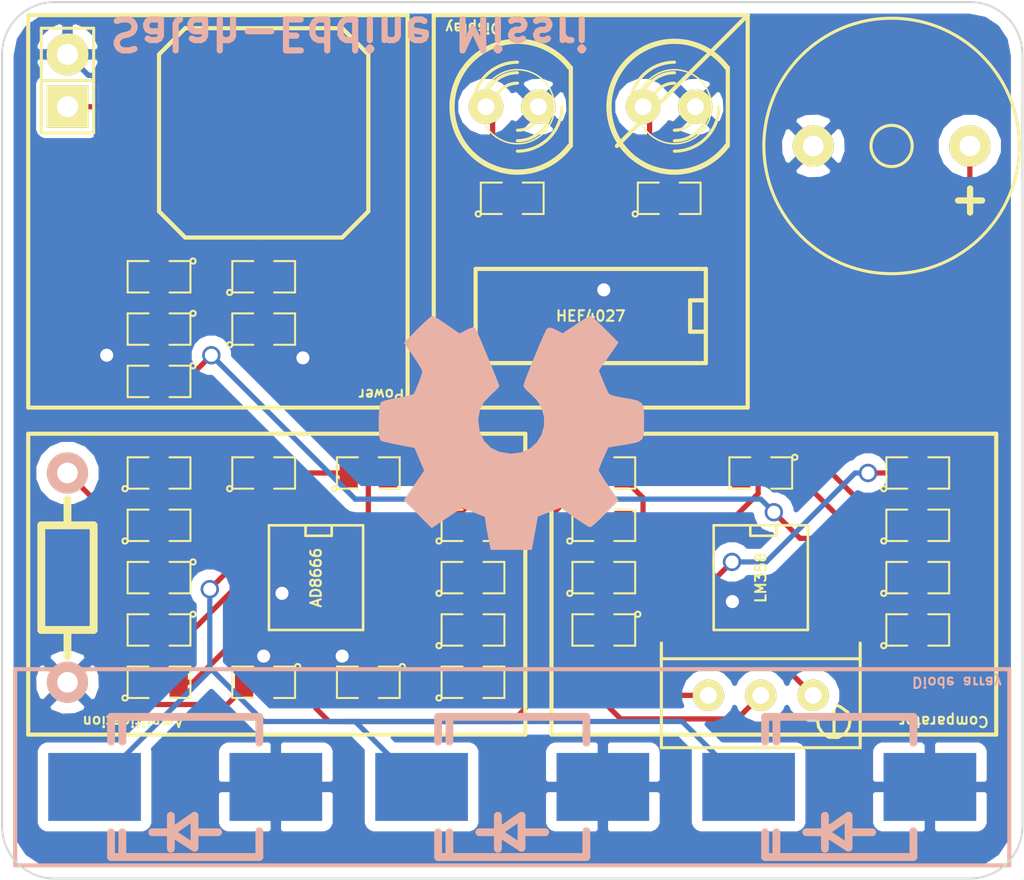
<source format=kicad_pcb>
(kicad_pcb (version 4) (host pcbnew "(2014-09-22 BZR 5144)-product")

  (general
    (links 80)
    (no_connects 0)
    (area 151.841926 51.181 204.649141 96.620001)
    (thickness 1.6)
    (drawings 43)
    (tracks 313)
    (zones 0)
    (modules 44)
    (nets 34)
  )

  (page A4)
  (layers
    (0 F.Cu signal)
    (31 B.Cu signal)
    (32 B.Adhes user)
    (33 F.Adhes user)
    (34 B.Paste user)
    (35 F.Paste user)
    (36 B.SilkS user)
    (37 F.SilkS user)
    (38 B.Mask user)
    (39 F.Mask user)
    (40 Dwgs.User user)
    (41 Cmts.User user)
    (42 Eco1.User user)
    (43 Eco2.User user)
    (44 Edge.Cuts user)
    (45 Margin user)
    (46 B.CrtYd user)
    (47 F.CrtYd user)
    (48 B.Fab user)
    (49 F.Fab user)
  )

  (setup
    (last_trace_width 0.254)
    (trace_clearance 0.254)
    (zone_clearance 0.508)
    (zone_45_only no)
    (trace_min 0.254)
    (segment_width 0.2)
    (edge_width 0.1)
    (via_size 0.889)
    (via_drill 0.635)
    (via_min_size 0.889)
    (via_min_drill 0.508)
    (uvia_size 0.508)
    (uvia_drill 0.127)
    (uvias_allowed no)
    (uvia_min_size 0.508)
    (uvia_min_drill 0.127)
    (pcb_text_width 0.3)
    (pcb_text_size 1.5 1.5)
    (mod_edge_width 0.15)
    (mod_text_size 1 1)
    (mod_text_width 0.15)
    (pad_size 1.5 1.5)
    (pad_drill 0.6)
    (pad_to_mask_clearance 0)
    (aux_axis_origin 0 0)
    (visible_elements FFFCFF7F)
    (pcbplotparams
      (layerselection 0x030f0_80000001)
      (usegerberextensions true)
      (excludeedgelayer true)
      (linewidth 0.100000)
      (plotframeref false)
      (viasonmask false)
      (mode 1)
      (useauxorigin false)
      (hpglpennumber 1)
      (hpglpenspeed 20)
      (hpglpendiameter 15)
      (hpglpenoverlay 2)
      (psnegative false)
      (psa4output false)
      (plotreference true)
      (plotvalue true)
      (plotinvisibletext false)
      (padsonsilk false)
      (subtractmaskfromsilk false)
      (outputformat 1)
      (mirror false)
      (drillshape 0)
      (scaleselection 1)
      (outputdirectory ../gerber))
  )

  (net 0 "")
  (net 1 +BATT)
  (net 2 GND)
  (net 3 VDD)
  (net 4 "Net-(C3-Pad1)")
  (net 5 "Net-(C3-Pad2)")
  (net 6 VCC)
  (net 7 "Net-(C6-Pad1)")
  (net 8 "Net-(C6-Pad2)")
  (net 9 "Net-(C7-Pad1)")
  (net 10 raw)
  (net 11 "Net-(C10-Pad1)")
  (net 12 "Net-(C11-Pad1)")
  (net 13 "Net-(C10-Pad2)")
  (net 14 "Net-(C12-Pad2)")
  (net 15 "Net-(C13-Pad1)")
  (net 16 "Net-(C14-Pad1)")
  (net 17 amp_out)
  (net 18 "Net-(D4-Pad1)")
  (net 19 "Net-(D5-Pad1)")
  (net 20 "Net-(R1-Pad2)")
  (net 21 "Net-(R2-Pad1)")
  (net 22 "Net-(R4-Pad1)")
  (net 23 "Net-(R5-Pad2)")
  (net 24 "Net-(R6-Pad2)")
  (net 25 out)
  (net 26 "Net-(R11-Pad2)")
  (net 27 "Net-(R15-Pad2)")
  (net 28 "Net-(R16-Pad2)")
  (net 29 "Net-(U3-Pad14)")
  (net 30 "Net-(U3-Pad13)")
  (net 31 "Net-(U3-Pad11)")
  (net 32 "Net-(U3-Pad10)")
  (net 33 "Net-(U3-Pad15)")

  (net_class Default "This is the default net class."
    (clearance 0.254)
    (trace_width 0.254)
    (via_dia 0.889)
    (via_drill 0.635)
    (uvia_dia 0.508)
    (uvia_drill 0.127)
    (add_net +BATT)
    (add_net GND)
    (add_net "Net-(C10-Pad1)")
    (add_net "Net-(C10-Pad2)")
    (add_net "Net-(C11-Pad1)")
    (add_net "Net-(C12-Pad2)")
    (add_net "Net-(C13-Pad1)")
    (add_net "Net-(C14-Pad1)")
    (add_net "Net-(C3-Pad1)")
    (add_net "Net-(C3-Pad2)")
    (add_net "Net-(C6-Pad1)")
    (add_net "Net-(C6-Pad2)")
    (add_net "Net-(C7-Pad1)")
    (add_net "Net-(D4-Pad1)")
    (add_net "Net-(D5-Pad1)")
    (add_net "Net-(R1-Pad2)")
    (add_net "Net-(R11-Pad2)")
    (add_net "Net-(R15-Pad2)")
    (add_net "Net-(R16-Pad2)")
    (add_net "Net-(R2-Pad1)")
    (add_net "Net-(R4-Pad1)")
    (add_net "Net-(R5-Pad2)")
    (add_net "Net-(R6-Pad2)")
    (add_net "Net-(U3-Pad10)")
    (add_net "Net-(U3-Pad11)")
    (add_net "Net-(U3-Pad13)")
    (add_net "Net-(U3-Pad14)")
    (add_net "Net-(U3-Pad15)")
    (add_net VCC)
    (add_net VDD)
    (add_net amp_out)
    (add_net out)
    (add_net raw)
  )

  (net_class pWR ""
    (clearance 0.254)
    (trace_width 0.508)
    (via_dia 0.889)
    (via_drill 0.635)
    (uvia_dia 0.508)
    (uvia_drill 0.127)
  )

  (module Diodes_SMD:Diode-SMC_Handsoldering (layer B.Cu) (tedit 544CEF3A) (tstamp 544BD438)
    (at 179.705 92.075 180)
    (descr "Diode SMC Handsoldering")
    (tags "Diode SMC Handsoldering")
    (path /544B99B2)
    (attr smd)
    (fp_text reference D2 (at 0 -1.905 180) (layer B.SilkS) hide
      (effects (font (thickness 0.3048)) (justify mirror))
    )
    (fp_text value BPW34 (at 0 5.08 180) (layer B.SilkS) hide
      (effects (font (thickness 0.3048)) (justify mirror))
    )
    (fp_circle (center 0 0) (end 0.8509 -0.0508) (layer B.Adhes) (width 0.381))
    (fp_circle (center 0 0) (end 0.50038 -0.0508) (layer B.Adhes) (width 0.381))
    (fp_circle (center 0 0) (end 0.14986 -0.0508) (layer B.Adhes) (width 0.381))
    (fp_line (start 0.69596 -2.19964) (end 1.59766 -2.19964) (layer B.SilkS) (width 0.381))
    (fp_line (start -0.60198 -2.19964) (end -1.6002 -2.19964) (layer B.SilkS) (width 0.381))
    (fp_line (start 3.05054 -3.40106) (end 3.05054 -2.19964) (layer B.SilkS) (width 0.381))
    (fp_line (start 3.05054 3.40106) (end 3.05054 2.19964) (layer B.SilkS) (width 0.381))
    (fp_line (start 3.59918 -3.40106) (end 3.59918 -2.19964) (layer B.SilkS) (width 0.381))
    (fp_line (start 3.59918 3.40106) (end 3.59918 2.19964) (layer B.SilkS) (width 0.381))
    (fp_line (start -3.59918 -3.40106) (end -3.59918 -2.14884) (layer B.SilkS) (width 0.381))
    (fp_line (start -3.59918 3.40106) (end -3.59918 2.14884) (layer B.SilkS) (width 0.381))
    (fp_line (start 0.69596 -1.39954) (end 0.69596 -2.99974) (layer B.SilkS) (width 0.381))
    (fp_line (start -0.45212 -2.94894) (end -0.45212 -1.39954) (layer B.SilkS) (width 0.381))
    (fp_line (start 0.6985 -2.19964) (end -0.45212 -2.94894) (layer B.SilkS) (width 0.381))
    (fp_line (start 0.69596 -2.19964) (end -0.45466 -1.39954) (layer B.SilkS) (width 0.381))
    (fp_line (start -3.59918 -3.40106) (end 3.59918 -3.40106) (layer B.SilkS) (width 0.381))
    (fp_line (start -3.59918 3.40106) (end 3.59918 3.40106) (layer B.SilkS) (width 0.381))
    (pad 1 smd rect (at -4.39928 0 90) (size 3.29946 4.50088) (layers B.Cu B.Paste B.Mask)
      (net 2 GND))
    (pad 2 smd rect (at 4.39928 0 90) (size 3.29946 4.49834) (layers B.Cu B.Paste B.Mask)
      (net 10 raw))
    (model SMC_Faktor03937_RevA_06Sep2012.wrl
      (at (xyz 0 0 0))
      (scale (xyz 0.3937 0.3937 0.3937))
      (rotate (xyz 0 0 0))
    )
  )

  (module Pin_Headers:Pin_Header_Straight_1x02 (layer F.Cu) (tedit 544CC6A3) (tstamp 544BD355)
    (at 158.115 57.785 90)
    (descr "Through hole pin header")
    (tags "pin header")
    (path /544BACD0)
    (fp_text reference BT1 (at 0 -2.286 90) (layer F.SilkS) hide
      (effects (font (size 1.27 1.27) (thickness 0.2032)))
    )
    (fp_text value BATTERY (at 0 0 90) (layer F.SilkS) hide
      (effects (font (size 1.27 1.27) (thickness 0.2032)))
    )
    (fp_line (start 0 -1.27) (end 0 1.27) (layer F.SilkS) (width 0.15))
    (fp_line (start -2.54 -1.27) (end -2.54 1.27) (layer F.SilkS) (width 0.15))
    (fp_line (start -2.54 1.27) (end 0 1.27) (layer F.SilkS) (width 0.15))
    (fp_line (start 0 1.27) (end 2.54 1.27) (layer F.SilkS) (width 0.15))
    (fp_line (start 2.54 1.27) (end 2.54 -1.27) (layer F.SilkS) (width 0.15))
    (fp_line (start 2.54 -1.27) (end -2.54 -1.27) (layer F.SilkS) (width 0.15))
    (pad 1 thru_hole rect (at -1.27 0 90) (size 2.032 2.032) (drill 1.016) (layers *.Cu *.Mask F.SilkS)
      (net 1 +BATT))
    (pad 2 thru_hole oval (at 1.27 0 90) (size 2.032 2.032) (drill 1.016) (layers *.Cu *.Mask F.SilkS)
      (net 2 GND))
    (model Pin_Headers/Pin_Header_Straight_1x02.wrl
      (at (xyz 0 0 0))
      (scale (xyz 1 1 1))
      (rotate (xyz 0 0 0))
    )
  )

  (module SMD_Packages:SMD-0805 (layer F.Cu) (tedit 544CEE44) (tstamp 544BD362)
    (at 162.56 72.39 180)
    (path /544BBA73)
    (attr smd)
    (fp_text reference C1 (at 0.127 -0.127 180) (layer F.SilkS) hide
      (effects (font (size 0.50038 0.50038) (thickness 0.10922)))
    )
    (fp_text value 100n (at 0 0.381 180) (layer F.SilkS) hide
      (effects (font (size 0.50038 0.50038) (thickness 0.10922)))
    )
    (fp_circle (center -1.651 0.762) (end -1.651 0.635) (layer F.SilkS) (width 0.09906))
    (fp_line (start -0.508 0.762) (end -1.524 0.762) (layer F.SilkS) (width 0.09906))
    (fp_line (start -1.524 0.762) (end -1.524 -0.762) (layer F.SilkS) (width 0.09906))
    (fp_line (start -1.524 -0.762) (end -0.508 -0.762) (layer F.SilkS) (width 0.09906))
    (fp_line (start 0.508 -0.762) (end 1.524 -0.762) (layer F.SilkS) (width 0.09906))
    (fp_line (start 1.524 -0.762) (end 1.524 0.762) (layer F.SilkS) (width 0.09906))
    (fp_line (start 1.524 0.762) (end 0.508 0.762) (layer F.SilkS) (width 0.09906))
    (pad 1 smd rect (at -0.9525 0 180) (size 0.889 1.397) (layers F.Cu F.Paste F.Mask)
      (net 3 VDD))
    (pad 2 smd rect (at 0.9525 0 180) (size 0.889 1.397) (layers F.Cu F.Paste F.Mask)
      (net 2 GND))
    (model smd/chip_cms.wrl
      (at (xyz 0 0 0))
      (scale (xyz 0.1 0.1 0.1))
      (rotate (xyz 0 0 0))
    )
  )

  (module SMD_Packages:SMD-0805 (layer F.Cu) (tedit 544CEE3E) (tstamp 544BD36F)
    (at 162.56 69.85 180)
    (path /544BBADC)
    (attr smd)
    (fp_text reference C2 (at 0.127 -0.127 180) (layer F.SilkS) hide
      (effects (font (size 0.50038 0.50038) (thickness 0.10922)))
    )
    (fp_text value 47u (at 0 0.381 180) (layer F.SilkS) hide
      (effects (font (size 0.50038 0.50038) (thickness 0.10922)))
    )
    (fp_circle (center -1.651 0.762) (end -1.651 0.635) (layer F.SilkS) (width 0.09906))
    (fp_line (start -0.508 0.762) (end -1.524 0.762) (layer F.SilkS) (width 0.09906))
    (fp_line (start -1.524 0.762) (end -1.524 -0.762) (layer F.SilkS) (width 0.09906))
    (fp_line (start -1.524 -0.762) (end -0.508 -0.762) (layer F.SilkS) (width 0.09906))
    (fp_line (start 0.508 -0.762) (end 1.524 -0.762) (layer F.SilkS) (width 0.09906))
    (fp_line (start 1.524 -0.762) (end 1.524 0.762) (layer F.SilkS) (width 0.09906))
    (fp_line (start 1.524 0.762) (end 0.508 0.762) (layer F.SilkS) (width 0.09906))
    (pad 1 smd rect (at -0.9525 0 180) (size 0.889 1.397) (layers F.Cu F.Paste F.Mask)
      (net 3 VDD))
    (pad 2 smd rect (at 0.9525 0 180) (size 0.889 1.397) (layers F.Cu F.Paste F.Mask)
      (net 2 GND))
    (model smd/chip_cms.wrl
      (at (xyz 0 0 0))
      (scale (xyz 0.1 0.1 0.1))
      (rotate (xyz 0 0 0))
    )
  )

  (module SMD_Packages:SMD-0805 (layer F.Cu) (tedit 544CEE86) (tstamp 544BD37C)
    (at 199.39 76.835)
    (path /544BB97D)
    (attr smd)
    (fp_text reference C3 (at -0.127 0) (layer F.SilkS) hide
      (effects (font (size 0.50038 0.50038) (thickness 0.10922)))
    )
    (fp_text value 100n (at 0 0.381) (layer F.SilkS) hide
      (effects (font (size 0.50038 0.50038) (thickness 0.10922)))
    )
    (fp_circle (center -1.651 0.762) (end -1.651 0.635) (layer F.SilkS) (width 0.09906))
    (fp_line (start -0.508 0.762) (end -1.524 0.762) (layer F.SilkS) (width 0.09906))
    (fp_line (start -1.524 0.762) (end -1.524 -0.762) (layer F.SilkS) (width 0.09906))
    (fp_line (start -1.524 -0.762) (end -0.508 -0.762) (layer F.SilkS) (width 0.09906))
    (fp_line (start 0.508 -0.762) (end 1.524 -0.762) (layer F.SilkS) (width 0.09906))
    (fp_line (start 1.524 -0.762) (end 1.524 0.762) (layer F.SilkS) (width 0.09906))
    (fp_line (start 1.524 0.762) (end 0.508 0.762) (layer F.SilkS) (width 0.09906))
    (pad 1 smd rect (at -0.9525 0) (size 0.889 1.397) (layers F.Cu F.Paste F.Mask)
      (net 4 "Net-(C3-Pad1)"))
    (pad 2 smd rect (at 0.9525 0) (size 0.889 1.397) (layers F.Cu F.Paste F.Mask)
      (net 5 "Net-(C3-Pad2)"))
    (model smd/chip_cms.wrl
      (at (xyz 0 0 0))
      (scale (xyz 0.1 0.1 0.1))
      (rotate (xyz 0 0 0))
    )
  )

  (module SMD_Packages:SMD-0805 (layer F.Cu) (tedit 544CEE3A) (tstamp 544BD389)
    (at 167.64 69.85)
    (path /544BA8AE)
    (attr smd)
    (fp_text reference C4 (at -0.127 0.127) (layer F.SilkS) hide
      (effects (font (size 0.50038 0.50038) (thickness 0.10922)))
    )
    (fp_text value 100n (at 0 0.381) (layer F.SilkS) hide
      (effects (font (size 0.50038 0.50038) (thickness 0.10922)))
    )
    (fp_circle (center -1.651 0.762) (end -1.651 0.635) (layer F.SilkS) (width 0.09906))
    (fp_line (start -0.508 0.762) (end -1.524 0.762) (layer F.SilkS) (width 0.09906))
    (fp_line (start -1.524 0.762) (end -1.524 -0.762) (layer F.SilkS) (width 0.09906))
    (fp_line (start -1.524 -0.762) (end -0.508 -0.762) (layer F.SilkS) (width 0.09906))
    (fp_line (start 0.508 -0.762) (end 1.524 -0.762) (layer F.SilkS) (width 0.09906))
    (fp_line (start 1.524 -0.762) (end 1.524 0.762) (layer F.SilkS) (width 0.09906))
    (fp_line (start 1.524 0.762) (end 0.508 0.762) (layer F.SilkS) (width 0.09906))
    (pad 1 smd rect (at -0.9525 0) (size 0.889 1.397) (layers F.Cu F.Paste F.Mask)
      (net 6 VCC))
    (pad 2 smd rect (at 0.9525 0) (size 0.889 1.397) (layers F.Cu F.Paste F.Mask)
      (net 2 GND))
    (model smd/chip_cms.wrl
      (at (xyz 0 0 0))
      (scale (xyz 0.1 0.1 0.1))
      (rotate (xyz 0 0 0))
    )
  )

  (module SMD_Packages:SMD-0805 (layer F.Cu) (tedit 544CEE34) (tstamp 544BD396)
    (at 167.64 67.31)
    (path /544BA8D3)
    (attr smd)
    (fp_text reference C5 (at -0.127 0.127) (layer F.SilkS) hide
      (effects (font (size 0.50038 0.50038) (thickness 0.10922)))
    )
    (fp_text value 47u (at 0 0.381) (layer F.SilkS) hide
      (effects (font (size 0.50038 0.50038) (thickness 0.10922)))
    )
    (fp_circle (center -1.651 0.762) (end -1.651 0.635) (layer F.SilkS) (width 0.09906))
    (fp_line (start -0.508 0.762) (end -1.524 0.762) (layer F.SilkS) (width 0.09906))
    (fp_line (start -1.524 0.762) (end -1.524 -0.762) (layer F.SilkS) (width 0.09906))
    (fp_line (start -1.524 -0.762) (end -0.508 -0.762) (layer F.SilkS) (width 0.09906))
    (fp_line (start 0.508 -0.762) (end 1.524 -0.762) (layer F.SilkS) (width 0.09906))
    (fp_line (start 1.524 -0.762) (end 1.524 0.762) (layer F.SilkS) (width 0.09906))
    (fp_line (start 1.524 0.762) (end 0.508 0.762) (layer F.SilkS) (width 0.09906))
    (pad 1 smd rect (at -0.9525 0) (size 0.889 1.397) (layers F.Cu F.Paste F.Mask)
      (net 6 VCC))
    (pad 2 smd rect (at 0.9525 0) (size 0.889 1.397) (layers F.Cu F.Paste F.Mask)
      (net 2 GND))
    (model smd/chip_cms.wrl
      (at (xyz 0 0 0))
      (scale (xyz 0.1 0.1 0.1))
      (rotate (xyz 0 0 0))
    )
  )

  (module SMD_Packages:SMD-0805 (layer F.Cu) (tedit 544CEE92) (tstamp 544BD3A3)
    (at 199.39 81.915)
    (path /544BBAF7)
    (attr smd)
    (fp_text reference C6 (at -0.127 0) (layer F.SilkS) hide
      (effects (font (size 0.50038 0.50038) (thickness 0.10922)))
    )
    (fp_text value 100n (at 0 0.381) (layer F.SilkS) hide
      (effects (font (size 0.50038 0.50038) (thickness 0.10922)))
    )
    (fp_circle (center -1.651 0.762) (end -1.651 0.635) (layer F.SilkS) (width 0.09906))
    (fp_line (start -0.508 0.762) (end -1.524 0.762) (layer F.SilkS) (width 0.09906))
    (fp_line (start -1.524 0.762) (end -1.524 -0.762) (layer F.SilkS) (width 0.09906))
    (fp_line (start -1.524 -0.762) (end -0.508 -0.762) (layer F.SilkS) (width 0.09906))
    (fp_line (start 0.508 -0.762) (end 1.524 -0.762) (layer F.SilkS) (width 0.09906))
    (fp_line (start 1.524 -0.762) (end 1.524 0.762) (layer F.SilkS) (width 0.09906))
    (fp_line (start 1.524 0.762) (end 0.508 0.762) (layer F.SilkS) (width 0.09906))
    (pad 1 smd rect (at -0.9525 0) (size 0.889 1.397) (layers F.Cu F.Paste F.Mask)
      (net 7 "Net-(C6-Pad1)"))
    (pad 2 smd rect (at 0.9525 0) (size 0.889 1.397) (layers F.Cu F.Paste F.Mask)
      (net 8 "Net-(C6-Pad2)"))
    (model smd/chip_cms.wrl
      (at (xyz 0 0 0))
      (scale (xyz 0.1 0.1 0.1))
      (rotate (xyz 0 0 0))
    )
  )

  (module SMD_Packages:SMD-0805 (layer F.Cu) (tedit 544CEF2E) (tstamp 544BD3B0)
    (at 162.56 84.455 180)
    (path /544BA1F2)
    (attr smd)
    (fp_text reference C7 (at 0.127 0 180) (layer F.SilkS) hide
      (effects (font (size 0.50038 0.50038) (thickness 0.10922)))
    )
    (fp_text value 100n (at 0 0.381 180) (layer F.SilkS) hide
      (effects (font (size 0.50038 0.50038) (thickness 0.10922)))
    )
    (fp_circle (center -1.651 0.762) (end -1.651 0.635) (layer F.SilkS) (width 0.09906))
    (fp_line (start -0.508 0.762) (end -1.524 0.762) (layer F.SilkS) (width 0.09906))
    (fp_line (start -1.524 0.762) (end -1.524 -0.762) (layer F.SilkS) (width 0.09906))
    (fp_line (start -1.524 -0.762) (end -0.508 -0.762) (layer F.SilkS) (width 0.09906))
    (fp_line (start 0.508 -0.762) (end 1.524 -0.762) (layer F.SilkS) (width 0.09906))
    (fp_line (start 1.524 -0.762) (end 1.524 0.762) (layer F.SilkS) (width 0.09906))
    (fp_line (start 1.524 0.762) (end 0.508 0.762) (layer F.SilkS) (width 0.09906))
    (pad 1 smd rect (at -0.9525 0 180) (size 0.889 1.397) (layers F.Cu F.Paste F.Mask)
      (net 9 "Net-(C7-Pad1)"))
    (pad 2 smd rect (at 0.9525 0 180) (size 0.889 1.397) (layers F.Cu F.Paste F.Mask)
      (net 2 GND))
    (model smd/chip_cms.wrl
      (at (xyz 0 0 0))
      (scale (xyz 0.1 0.1 0.1))
      (rotate (xyz 0 0 0))
    )
  )

  (module SMD_Packages:SMD-0805 (layer F.Cu) (tedit 544CEF30) (tstamp 544BD3BD)
    (at 162.56 81.915 180)
    (path /544BA2A6)
    (attr smd)
    (fp_text reference C8 (at 0.127 0 180) (layer F.SilkS) hide
      (effects (font (size 0.50038 0.50038) (thickness 0.10922)))
    )
    (fp_text value 10p (at 0 0.381 180) (layer F.SilkS) hide
      (effects (font (size 0.50038 0.50038) (thickness 0.10922)))
    )
    (fp_circle (center -1.651 0.762) (end -1.651 0.635) (layer F.SilkS) (width 0.09906))
    (fp_line (start -0.508 0.762) (end -1.524 0.762) (layer F.SilkS) (width 0.09906))
    (fp_line (start -1.524 0.762) (end -1.524 -0.762) (layer F.SilkS) (width 0.09906))
    (fp_line (start -1.524 -0.762) (end -0.508 -0.762) (layer F.SilkS) (width 0.09906))
    (fp_line (start 0.508 -0.762) (end 1.524 -0.762) (layer F.SilkS) (width 0.09906))
    (fp_line (start 1.524 -0.762) (end 1.524 0.762) (layer F.SilkS) (width 0.09906))
    (fp_line (start 1.524 0.762) (end 0.508 0.762) (layer F.SilkS) (width 0.09906))
    (pad 1 smd rect (at -0.9525 0 180) (size 0.889 1.397) (layers F.Cu F.Paste F.Mask)
      (net 10 raw))
    (pad 2 smd rect (at 0.9525 0 180) (size 0.889 1.397) (layers F.Cu F.Paste F.Mask)
      (net 11 "Net-(C10-Pad1)"))
    (model smd/chip_cms.wrl
      (at (xyz 0 0 0))
      (scale (xyz 0.1 0.1 0.1))
      (rotate (xyz 0 0 0))
    )
  )

  (module SMD_Packages:SMD-0805 (layer F.Cu) (tedit 544CEF12) (tstamp 544BD3CA)
    (at 162.56 79.375)
    (path /544E3AEA)
    (attr smd)
    (fp_text reference C9 (at -0.127 0) (layer F.SilkS) hide
      (effects (font (size 0.50038 0.50038) (thickness 0.10922)))
    )
    (fp_text value 50p (at 0 0.381) (layer F.SilkS) hide
      (effects (font (size 0.50038 0.50038) (thickness 0.10922)))
    )
    (fp_circle (center -1.651 0.762) (end -1.651 0.635) (layer F.SilkS) (width 0.09906))
    (fp_line (start -0.508 0.762) (end -1.524 0.762) (layer F.SilkS) (width 0.09906))
    (fp_line (start -1.524 0.762) (end -1.524 -0.762) (layer F.SilkS) (width 0.09906))
    (fp_line (start -1.524 -0.762) (end -0.508 -0.762) (layer F.SilkS) (width 0.09906))
    (fp_line (start 0.508 -0.762) (end 1.524 -0.762) (layer F.SilkS) (width 0.09906))
    (fp_line (start 1.524 -0.762) (end 1.524 0.762) (layer F.SilkS) (width 0.09906))
    (fp_line (start 1.524 0.762) (end 0.508 0.762) (layer F.SilkS) (width 0.09906))
    (pad 1 smd rect (at -0.9525 0) (size 0.889 1.397) (layers F.Cu F.Paste F.Mask)
      (net 12 "Net-(C11-Pad1)"))
    (pad 2 smd rect (at 0.9525 0) (size 0.889 1.397) (layers F.Cu F.Paste F.Mask)
      (net 11 "Net-(C10-Pad1)"))
    (model smd/chip_cms.wrl
      (at (xyz 0 0 0))
      (scale (xyz 0.1 0.1 0.1))
      (rotate (xyz 0 0 0))
    )
  )

  (module SMD_Packages:SMD-0805 (layer F.Cu) (tedit 544CEF0D) (tstamp 544BD3D7)
    (at 162.56 76.835)
    (path /544BA2E7)
    (attr smd)
    (fp_text reference C10 (at -0.127 0) (layer F.SilkS) hide
      (effects (font (size 0.50038 0.50038) (thickness 0.10922)))
    )
    (fp_text value 10p (at 0 0.381) (layer F.SilkS) hide
      (effects (font (size 0.50038 0.50038) (thickness 0.10922)))
    )
    (fp_circle (center -1.651 0.762) (end -1.651 0.635) (layer F.SilkS) (width 0.09906))
    (fp_line (start -0.508 0.762) (end -1.524 0.762) (layer F.SilkS) (width 0.09906))
    (fp_line (start -1.524 0.762) (end -1.524 -0.762) (layer F.SilkS) (width 0.09906))
    (fp_line (start -1.524 -0.762) (end -0.508 -0.762) (layer F.SilkS) (width 0.09906))
    (fp_line (start 0.508 -0.762) (end 1.524 -0.762) (layer F.SilkS) (width 0.09906))
    (fp_line (start 1.524 -0.762) (end 1.524 0.762) (layer F.SilkS) (width 0.09906))
    (fp_line (start 1.524 0.762) (end 0.508 0.762) (layer F.SilkS) (width 0.09906))
    (pad 1 smd rect (at -0.9525 0) (size 0.889 1.397) (layers F.Cu F.Paste F.Mask)
      (net 11 "Net-(C10-Pad1)"))
    (pad 2 smd rect (at 0.9525 0) (size 0.889 1.397) (layers F.Cu F.Paste F.Mask)
      (net 13 "Net-(C10-Pad2)"))
    (model smd/chip_cms.wrl
      (at (xyz 0 0 0))
      (scale (xyz 0.1 0.1 0.1))
      (rotate (xyz 0 0 0))
    )
  )

  (module Resistors_ThroughHole:Resistor_Horizontal_RM10mm (layer F.Cu) (tedit 544CC69E) (tstamp 544BD3E3)
    (at 158.115 81.915 270)
    (descr "Resistor, Axial,  RM 10mm, 1/3W,")
    (tags "Resistor, Axial, RM 10mm, 1/3W,")
    (path /544BA304)
    (fp_text reference C11 (at 0.24892 -3.50012 270) (layer F.SilkS) hide
      (effects (font (thickness 0.3048)))
    )
    (fp_text value 50p (at 3.81 3.81 270) (layer F.SilkS) hide
      (effects (font (size 1.50114 1.50114) (thickness 0.20066)))
    )
    (fp_line (start -2.54 -1.27) (end 2.54 -1.27) (layer F.SilkS) (width 0.381))
    (fp_line (start 2.54 -1.27) (end 2.54 1.27) (layer F.SilkS) (width 0.381))
    (fp_line (start 2.54 1.27) (end -2.54 1.27) (layer F.SilkS) (width 0.381))
    (fp_line (start -2.54 1.27) (end -2.54 -1.27) (layer F.SilkS) (width 0.381))
    (fp_line (start -2.54 0) (end -3.81 0) (layer F.SilkS) (width 0.381))
    (fp_line (start 2.54 0) (end 3.81 0) (layer F.SilkS) (width 0.381))
    (pad 1 thru_hole circle (at -5.08 0 270) (size 1.99898 1.99898) (drill 1.00076) (layers *.Cu *.SilkS *.Mask)
      (net 12 "Net-(C11-Pad1)"))
    (pad 2 thru_hole circle (at 5.08 0 270) (size 1.99898 1.99898) (drill 1.00076) (layers *.Cu *.SilkS *.Mask)
      (net 2 GND))
    (model discret/resistor_10mm.wrl
      (at (xyz 0 0 0))
      (scale (xyz 0.4 0.4 0.4))
      (rotate (xyz 0 0 0))
    )
  )

  (module SMD_Packages:SMD-0805 (layer F.Cu) (tedit 544CEF02) (tstamp 544BD3F0)
    (at 172.72 76.835)
    (path /544BA6BA)
    (attr smd)
    (fp_text reference C12 (at -0.127 0) (layer F.SilkS) hide
      (effects (font (size 0.50038 0.50038) (thickness 0.10922)))
    )
    (fp_text value 100n (at 0 0.381) (layer F.SilkS) hide
      (effects (font (size 0.50038 0.50038) (thickness 0.10922)))
    )
    (fp_circle (center -1.651 0.762) (end -1.651 0.635) (layer F.SilkS) (width 0.09906))
    (fp_line (start -0.508 0.762) (end -1.524 0.762) (layer F.SilkS) (width 0.09906))
    (fp_line (start -1.524 0.762) (end -1.524 -0.762) (layer F.SilkS) (width 0.09906))
    (fp_line (start -1.524 -0.762) (end -0.508 -0.762) (layer F.SilkS) (width 0.09906))
    (fp_line (start 0.508 -0.762) (end 1.524 -0.762) (layer F.SilkS) (width 0.09906))
    (fp_line (start 1.524 -0.762) (end 1.524 0.762) (layer F.SilkS) (width 0.09906))
    (fp_line (start 1.524 0.762) (end 0.508 0.762) (layer F.SilkS) (width 0.09906))
    (pad 1 smd rect (at -0.9525 0) (size 0.889 1.397) (layers F.Cu F.Paste F.Mask)
      (net 13 "Net-(C10-Pad2)"))
    (pad 2 smd rect (at 0.9525 0) (size 0.889 1.397) (layers F.Cu F.Paste F.Mask)
      (net 14 "Net-(C12-Pad2)"))
    (model smd/chip_cms.wrl
      (at (xyz 0 0 0))
      (scale (xyz 0.1 0.1 0.1))
      (rotate (xyz 0 0 0))
    )
  )

  (module SMD_Packages:SMD-0805 (layer F.Cu) (tedit 544CEEE4) (tstamp 544BD3FD)
    (at 177.8 86.995)
    (path /544BA768)
    (attr smd)
    (fp_text reference C13 (at -0.127 0) (layer F.SilkS) hide
      (effects (font (size 0.50038 0.50038) (thickness 0.10922)))
    )
    (fp_text value 100n (at 0 0.381) (layer F.SilkS) hide
      (effects (font (size 0.50038 0.50038) (thickness 0.10922)))
    )
    (fp_circle (center -1.651 0.762) (end -1.651 0.635) (layer F.SilkS) (width 0.09906))
    (fp_line (start -0.508 0.762) (end -1.524 0.762) (layer F.SilkS) (width 0.09906))
    (fp_line (start -1.524 0.762) (end -1.524 -0.762) (layer F.SilkS) (width 0.09906))
    (fp_line (start -1.524 -0.762) (end -0.508 -0.762) (layer F.SilkS) (width 0.09906))
    (fp_line (start 0.508 -0.762) (end 1.524 -0.762) (layer F.SilkS) (width 0.09906))
    (fp_line (start 1.524 -0.762) (end 1.524 0.762) (layer F.SilkS) (width 0.09906))
    (fp_line (start 1.524 0.762) (end 0.508 0.762) (layer F.SilkS) (width 0.09906))
    (pad 1 smd rect (at -0.9525 0) (size 0.889 1.397) (layers F.Cu F.Paste F.Mask)
      (net 15 "Net-(C13-Pad1)"))
    (pad 2 smd rect (at 0.9525 0) (size 0.889 1.397) (layers F.Cu F.Paste F.Mask)
      (net 2 GND))
    (model smd/chip_cms.wrl
      (at (xyz 0 0 0))
      (scale (xyz 0.1 0.1 0.1))
      (rotate (xyz 0 0 0))
    )
  )

  (module SMD_Packages:SMD-0805 (layer F.Cu) (tedit 544CEEF7) (tstamp 544BD40A)
    (at 177.8 79.375)
    (path /544BA791)
    (attr smd)
    (fp_text reference C14 (at -0.127 0) (layer F.SilkS) hide
      (effects (font (size 0.50038 0.50038) (thickness 0.10922)))
    )
    (fp_text value 10p (at 0 0.381) (layer F.SilkS) hide
      (effects (font (size 0.50038 0.50038) (thickness 0.10922)))
    )
    (fp_circle (center -1.651 0.762) (end -1.651 0.635) (layer F.SilkS) (width 0.09906))
    (fp_line (start -0.508 0.762) (end -1.524 0.762) (layer F.SilkS) (width 0.09906))
    (fp_line (start -1.524 0.762) (end -1.524 -0.762) (layer F.SilkS) (width 0.09906))
    (fp_line (start -1.524 -0.762) (end -0.508 -0.762) (layer F.SilkS) (width 0.09906))
    (fp_line (start 0.508 -0.762) (end 1.524 -0.762) (layer F.SilkS) (width 0.09906))
    (fp_line (start 1.524 -0.762) (end 1.524 0.762) (layer F.SilkS) (width 0.09906))
    (fp_line (start 1.524 0.762) (end 0.508 0.762) (layer F.SilkS) (width 0.09906))
    (pad 1 smd rect (at -0.9525 0) (size 0.889 1.397) (layers F.Cu F.Paste F.Mask)
      (net 16 "Net-(C14-Pad1)"))
    (pad 2 smd rect (at 0.9525 0) (size 0.889 1.397) (layers F.Cu F.Paste F.Mask)
      (net 17 amp_out))
    (model smd/chip_cms.wrl
      (at (xyz 0 0 0))
      (scale (xyz 0.1 0.1 0.1))
      (rotate (xyz 0 0 0))
    )
  )

  (module Diodes_SMD:Diode-SMC_Handsoldering (layer B.Cu) (tedit 544CEF38) (tstamp 544BD421)
    (at 163.83 92.075 180)
    (descr "Diode SMC Handsoldering")
    (tags "Diode SMC Handsoldering")
    (path /544B993D)
    (attr smd)
    (fp_text reference D1 (at 0 -1.905 180) (layer B.SilkS) hide
      (effects (font (thickness 0.3048)) (justify mirror))
    )
    (fp_text value BPW34 (at 0 5.08 180) (layer B.SilkS) hide
      (effects (font (thickness 0.3048)) (justify mirror))
    )
    (fp_circle (center 0 0) (end 0.8509 -0.0508) (layer B.Adhes) (width 0.381))
    (fp_circle (center 0 0) (end 0.50038 -0.0508) (layer B.Adhes) (width 0.381))
    (fp_circle (center 0 0) (end 0.14986 -0.0508) (layer B.Adhes) (width 0.381))
    (fp_line (start 0.69596 -2.19964) (end 1.59766 -2.19964) (layer B.SilkS) (width 0.381))
    (fp_line (start -0.60198 -2.19964) (end -1.6002 -2.19964) (layer B.SilkS) (width 0.381))
    (fp_line (start 3.05054 -3.40106) (end 3.05054 -2.19964) (layer B.SilkS) (width 0.381))
    (fp_line (start 3.05054 3.40106) (end 3.05054 2.19964) (layer B.SilkS) (width 0.381))
    (fp_line (start 3.59918 -3.40106) (end 3.59918 -2.19964) (layer B.SilkS) (width 0.381))
    (fp_line (start 3.59918 3.40106) (end 3.59918 2.19964) (layer B.SilkS) (width 0.381))
    (fp_line (start -3.59918 -3.40106) (end -3.59918 -2.14884) (layer B.SilkS) (width 0.381))
    (fp_line (start -3.59918 3.40106) (end -3.59918 2.14884) (layer B.SilkS) (width 0.381))
    (fp_line (start 0.69596 -1.39954) (end 0.69596 -2.99974) (layer B.SilkS) (width 0.381))
    (fp_line (start -0.45212 -2.94894) (end -0.45212 -1.39954) (layer B.SilkS) (width 0.381))
    (fp_line (start 0.6985 -2.19964) (end -0.45212 -2.94894) (layer B.SilkS) (width 0.381))
    (fp_line (start 0.69596 -2.19964) (end -0.45466 -1.39954) (layer B.SilkS) (width 0.381))
    (fp_line (start -3.59918 -3.40106) (end 3.59918 -3.40106) (layer B.SilkS) (width 0.381))
    (fp_line (start -3.59918 3.40106) (end 3.59918 3.40106) (layer B.SilkS) (width 0.381))
    (pad 1 smd rect (at -4.39928 0 90) (size 3.29946 4.50088) (layers B.Cu B.Paste B.Mask)
      (net 2 GND))
    (pad 2 smd rect (at 4.39928 0 90) (size 3.29946 4.49834) (layers B.Cu B.Paste B.Mask)
      (net 10 raw))
    (model SMC_Faktor03937_RevA_06Sep2012.wrl
      (at (xyz 0 0 0))
      (scale (xyz 0.3937 0.3937 0.3937))
      (rotate (xyz 0 0 0))
    )
  )

  (module Diodes_SMD:Diode-SMC_Handsoldering (layer B.Cu) (tedit 544CEF3C) (tstamp 544BD44F)
    (at 195.58 92.075 180)
    (descr "Diode SMC Handsoldering")
    (tags "Diode SMC Handsoldering")
    (path /544B99ED)
    (attr smd)
    (fp_text reference D3 (at 0 -1.905 180) (layer B.SilkS) hide
      (effects (font (thickness 0.3048)) (justify mirror))
    )
    (fp_text value BPW34 (at 0 5.08 180) (layer B.SilkS) hide
      (effects (font (thickness 0.3048)) (justify mirror))
    )
    (fp_circle (center 0 0) (end 0.8509 -0.0508) (layer B.Adhes) (width 0.381))
    (fp_circle (center 0 0) (end 0.50038 -0.0508) (layer B.Adhes) (width 0.381))
    (fp_circle (center 0 0) (end 0.14986 -0.0508) (layer B.Adhes) (width 0.381))
    (fp_line (start 0.69596 -2.19964) (end 1.59766 -2.19964) (layer B.SilkS) (width 0.381))
    (fp_line (start -0.60198 -2.19964) (end -1.6002 -2.19964) (layer B.SilkS) (width 0.381))
    (fp_line (start 3.05054 -3.40106) (end 3.05054 -2.19964) (layer B.SilkS) (width 0.381))
    (fp_line (start 3.05054 3.40106) (end 3.05054 2.19964) (layer B.SilkS) (width 0.381))
    (fp_line (start 3.59918 -3.40106) (end 3.59918 -2.19964) (layer B.SilkS) (width 0.381))
    (fp_line (start 3.59918 3.40106) (end 3.59918 2.19964) (layer B.SilkS) (width 0.381))
    (fp_line (start -3.59918 -3.40106) (end -3.59918 -2.14884) (layer B.SilkS) (width 0.381))
    (fp_line (start -3.59918 3.40106) (end -3.59918 2.14884) (layer B.SilkS) (width 0.381))
    (fp_line (start 0.69596 -1.39954) (end 0.69596 -2.99974) (layer B.SilkS) (width 0.381))
    (fp_line (start -0.45212 -2.94894) (end -0.45212 -1.39954) (layer B.SilkS) (width 0.381))
    (fp_line (start 0.6985 -2.19964) (end -0.45212 -2.94894) (layer B.SilkS) (width 0.381))
    (fp_line (start 0.69596 -2.19964) (end -0.45466 -1.39954) (layer B.SilkS) (width 0.381))
    (fp_line (start -3.59918 -3.40106) (end 3.59918 -3.40106) (layer B.SilkS) (width 0.381))
    (fp_line (start -3.59918 3.40106) (end 3.59918 3.40106) (layer B.SilkS) (width 0.381))
    (pad 1 smd rect (at -4.39928 0 90) (size 3.29946 4.50088) (layers B.Cu B.Paste B.Mask)
      (net 2 GND))
    (pad 2 smd rect (at 4.39928 0 90) (size 3.29946 4.49834) (layers B.Cu B.Paste B.Mask)
      (net 10 raw))
    (model SMC_Faktor03937_RevA_06Sep2012.wrl
      (at (xyz 0 0 0))
      (scale (xyz 0.3937 0.3937 0.3937))
      (rotate (xyz 0 0 0))
    )
  )

  (module LEDs:LED-5MM (layer F.Cu) (tedit 544CEE4A) (tstamp 544CCB0B)
    (at 179.705 59.055)
    (descr "LED 5mm - Lead pitch 100mil (2,54mm)")
    (tags "LED led 5mm 5MM 100mil 2,54mm")
    (path /544BC089)
    (fp_text reference D4 (at 0 -1.905) (layer F.SilkS) hide
      (effects (font (size 0.762 0.762) (thickness 0.0889)))
    )
    (fp_text value red (at 0 3.81) (layer F.SilkS) hide
      (effects (font (size 0.762 0.762) (thickness 0.0889)))
    )
    (fp_line (start 2.8448 1.905) (end 2.8448 -1.905) (layer F.SilkS) (width 0.2032))
    (fp_circle (center 0.254 0) (end -1.016 1.27) (layer F.SilkS) (width 0.0762))
    (fp_arc (start 0.254 0) (end 2.794 1.905) (angle 286.2) (layer F.SilkS) (width 0.254))
    (fp_arc (start 0.254 0) (end -0.889 0) (angle 90) (layer F.SilkS) (width 0.1524))
    (fp_arc (start 0.254 0) (end 1.397 0) (angle 90) (layer F.SilkS) (width 0.1524))
    (fp_arc (start 0.254 0) (end -1.397 0) (angle 90) (layer F.SilkS) (width 0.1524))
    (fp_arc (start 0.254 0) (end 1.905 0) (angle 90) (layer F.SilkS) (width 0.1524))
    (fp_arc (start 0.254 0) (end -1.905 0) (angle 90) (layer F.SilkS) (width 0.1524))
    (fp_arc (start 0.254 0) (end 2.413 0) (angle 90) (layer F.SilkS) (width 0.1524))
    (pad 1 thru_hole circle (at -1.27 0) (size 1.6764 1.6764) (drill 0.8128) (layers *.Cu *.Mask F.SilkS)
      (net 18 "Net-(D4-Pad1)"))
    (pad 2 thru_hole circle (at 1.27 0) (size 1.6764 1.6764) (drill 0.8128) (layers *.Cu *.Mask F.SilkS)
      (net 2 GND))
    (model discret/leds/led5_vertical_verde.wrl
      (at (xyz 0 0 0))
      (scale (xyz 1 1 1))
      (rotate (xyz 0 0 0))
    )
  )

  (module LEDs:LED-5MM (layer F.Cu) (tedit 544CEE4D) (tstamp 544BD46D)
    (at 187.325 59.055)
    (descr "LED 5mm - Lead pitch 100mil (2,54mm)")
    (tags "LED led 5mm 5MM 100mil 2,54mm")
    (path /544BC05C)
    (fp_text reference D5 (at 0 -1.905) (layer F.SilkS) hide
      (effects (font (size 0.762 0.762) (thickness 0.0889)))
    )
    (fp_text value green (at 0 3.81) (layer F.SilkS) hide
      (effects (font (size 0.762 0.762) (thickness 0.0889)))
    )
    (fp_line (start 2.8448 1.905) (end 2.8448 -1.905) (layer F.SilkS) (width 0.2032))
    (fp_circle (center 0.254 0) (end -1.016 1.27) (layer F.SilkS) (width 0.0762))
    (fp_arc (start 0.254 0) (end 2.794 1.905) (angle 286.2) (layer F.SilkS) (width 0.254))
    (fp_arc (start 0.254 0) (end -0.889 0) (angle 90) (layer F.SilkS) (width 0.1524))
    (fp_arc (start 0.254 0) (end 1.397 0) (angle 90) (layer F.SilkS) (width 0.1524))
    (fp_arc (start 0.254 0) (end -1.397 0) (angle 90) (layer F.SilkS) (width 0.1524))
    (fp_arc (start 0.254 0) (end 1.905 0) (angle 90) (layer F.SilkS) (width 0.1524))
    (fp_arc (start 0.254 0) (end -1.905 0) (angle 90) (layer F.SilkS) (width 0.1524))
    (fp_arc (start 0.254 0) (end 2.413 0) (angle 90) (layer F.SilkS) (width 0.1524))
    (pad 1 thru_hole circle (at -1.27 0) (size 1.6764 1.6764) (drill 0.8128) (layers *.Cu *.Mask F.SilkS)
      (net 19 "Net-(D5-Pad1)"))
    (pad 2 thru_hole circle (at 1.27 0) (size 1.6764 1.6764) (drill 0.8128) (layers *.Cu *.Mask F.SilkS)
      (net 2 GND))
    (model discret/leds/led5_vertical_verde.wrl
      (at (xyz 0 0 0))
      (scale (xyz 1 1 1))
      (rotate (xyz 0 0 0))
    )
  )

  (module Inductors:self_cms_we-tpc_XL (layer F.Cu) (tedit 544CC6AB) (tstamp 544BD47E)
    (at 167.64 60.325 180)
    (descr "SELF WE-PD3L")
    (path /544BA917)
    (attr smd)
    (fp_text reference L1 (at 0 -3.175 180) (layer F.SilkS) hide
      (effects (font (size 1.27 1.27) (thickness 0.254)))
    )
    (fp_text value 1mH (at 0 0 180) (layer F.SilkS) hide
      (effects (font (size 1.016 1.016) (thickness 0.254)))
    )
    (fp_line (start 3.81 -5.08) (end 5.08 -3.81) (layer F.SilkS) (width 0.2032))
    (fp_line (start 5.08 -3.81) (end 5.08 3.81) (layer F.SilkS) (width 0.2032))
    (fp_line (start 5.08 3.81) (end 3.81 5.08) (layer F.SilkS) (width 0.2032))
    (fp_line (start 3.81 5.08) (end -3.81 5.08) (layer F.SilkS) (width 0.2032))
    (fp_line (start -3.81 5.08) (end -5.08 3.81) (layer F.SilkS) (width 0.2032))
    (fp_line (start -5.08 3.81) (end -5.08 -3.81) (layer F.SilkS) (width 0.2032))
    (fp_line (start -5.08 -3.81) (end -3.81 -5.08) (layer F.SilkS) (width 0.2032))
    (fp_line (start -3.81 -5.08) (end 0 -5.08) (layer F.SilkS) (width 0.2032))
    (fp_line (start 0 -5.08) (end 3.81 -5.08) (layer F.SilkS) (width 0.2032))
    (fp_text user "" (at 0 0 180) (layer F.SilkS)
      (effects (font (size 1.016 1.016) (thickness 0.254)))
    )
    (fp_text user "" (at 0 0 180) (layer F.SilkS)
      (effects (font (size 1.016 1.016) (thickness 0.254)))
    )
    (pad 1 smd rect (at -4.826 0 180) (size 1.99898 3.59918) (layers F.Cu F.Paste F.Mask)
      (net 6 VCC))
    (pad 2 smd rect (at 4.826 0 180) (size 1.99898 3.59918) (layers F.Cu F.Paste F.Mask)
      (net 1 +BATT))
    (model smd\cms_self.wrl
      (at (xyz 0 0 0))
      (scale (xyz 0.9 0.9 0.9))
      (rotate (xyz 0 0 0))
    )
  )

  (module SMD_Packages:SMD-0805 (layer F.Cu) (tedit 544CEEDD) (tstamp 544BD48B)
    (at 184.15 84.455 180)
    (path /544BB767)
    (attr smd)
    (fp_text reference R1 (at 0.127 0 180) (layer F.SilkS) hide
      (effects (font (size 0.50038 0.50038) (thickness 0.10922)))
    )
    (fp_text value 4.7k (at 0 0.381 180) (layer F.SilkS) hide
      (effects (font (size 0.50038 0.50038) (thickness 0.10922)))
    )
    (fp_circle (center -1.651 0.762) (end -1.651 0.635) (layer F.SilkS) (width 0.09906))
    (fp_line (start -0.508 0.762) (end -1.524 0.762) (layer F.SilkS) (width 0.09906))
    (fp_line (start -1.524 0.762) (end -1.524 -0.762) (layer F.SilkS) (width 0.09906))
    (fp_line (start -1.524 -0.762) (end -0.508 -0.762) (layer F.SilkS) (width 0.09906))
    (fp_line (start 0.508 -0.762) (end 1.524 -0.762) (layer F.SilkS) (width 0.09906))
    (fp_line (start 1.524 -0.762) (end 1.524 0.762) (layer F.SilkS) (width 0.09906))
    (fp_line (start 1.524 0.762) (end 0.508 0.762) (layer F.SilkS) (width 0.09906))
    (pad 1 smd rect (at -0.9525 0 180) (size 0.889 1.397) (layers F.Cu F.Paste F.Mask)
      (net 3 VDD))
    (pad 2 smd rect (at 0.9525 0 180) (size 0.889 1.397) (layers F.Cu F.Paste F.Mask)
      (net 20 "Net-(R1-Pad2)"))
    (model smd/chip_cms.wrl
      (at (xyz 0 0 0))
      (scale (xyz 0.1 0.1 0.1))
      (rotate (xyz 0 0 0))
    )
  )

  (module SMD_Packages:SMD-0805 (layer F.Cu) (tedit 544CEED6) (tstamp 544BD498)
    (at 184.15 81.915)
    (path /544BB3DA)
    (attr smd)
    (fp_text reference R2 (at -0.127 0) (layer F.SilkS) hide
      (effects (font (size 0.50038 0.50038) (thickness 0.10922)))
    )
    (fp_text value 4.7k (at 0 0.381) (layer F.SilkS) hide
      (effects (font (size 0.50038 0.50038) (thickness 0.10922)))
    )
    (fp_circle (center -1.651 0.762) (end -1.651 0.635) (layer F.SilkS) (width 0.09906))
    (fp_line (start -0.508 0.762) (end -1.524 0.762) (layer F.SilkS) (width 0.09906))
    (fp_line (start -1.524 0.762) (end -1.524 -0.762) (layer F.SilkS) (width 0.09906))
    (fp_line (start -1.524 -0.762) (end -0.508 -0.762) (layer F.SilkS) (width 0.09906))
    (fp_line (start 0.508 -0.762) (end 1.524 -0.762) (layer F.SilkS) (width 0.09906))
    (fp_line (start 1.524 -0.762) (end 1.524 0.762) (layer F.SilkS) (width 0.09906))
    (fp_line (start 1.524 0.762) (end 0.508 0.762) (layer F.SilkS) (width 0.09906))
    (pad 1 smd rect (at -0.9525 0) (size 0.889 1.397) (layers F.Cu F.Paste F.Mask)
      (net 21 "Net-(R2-Pad1)"))
    (pad 2 smd rect (at 0.9525 0) (size 0.889 1.397) (layers F.Cu F.Paste F.Mask)
      (net 2 GND))
    (model smd/chip_cms.wrl
      (at (xyz 0 0 0))
      (scale (xyz 0.1 0.1 0.1))
      (rotate (xyz 0 0 0))
    )
  )

  (module SMD_Packages:SMD-0805 (layer F.Cu) (tedit 544CEE2F) (tstamp 544BD4A5)
    (at 162.56 67.31 180)
    (path /544BBB73)
    (attr smd)
    (fp_text reference R3 (at 0.127 -0.127 180) (layer F.SilkS) hide
      (effects (font (size 0.50038 0.50038) (thickness 0.10922)))
    )
    (fp_text value 47 (at 0 0.381 180) (layer F.SilkS) hide
      (effects (font (size 0.50038 0.50038) (thickness 0.10922)))
    )
    (fp_circle (center -1.651 0.762) (end -1.651 0.635) (layer F.SilkS) (width 0.09906))
    (fp_line (start -0.508 0.762) (end -1.524 0.762) (layer F.SilkS) (width 0.09906))
    (fp_line (start -1.524 0.762) (end -1.524 -0.762) (layer F.SilkS) (width 0.09906))
    (fp_line (start -1.524 -0.762) (end -0.508 -0.762) (layer F.SilkS) (width 0.09906))
    (fp_line (start 0.508 -0.762) (end 1.524 -0.762) (layer F.SilkS) (width 0.09906))
    (fp_line (start 1.524 -0.762) (end 1.524 0.762) (layer F.SilkS) (width 0.09906))
    (fp_line (start 1.524 0.762) (end 0.508 0.762) (layer F.SilkS) (width 0.09906))
    (pad 1 smd rect (at -0.9525 0 180) (size 0.889 1.397) (layers F.Cu F.Paste F.Mask)
      (net 3 VDD))
    (pad 2 smd rect (at 0.9525 0 180) (size 0.889 1.397) (layers F.Cu F.Paste F.Mask)
      (net 1 +BATT))
    (model smd/chip_cms.wrl
      (at (xyz 0 0 0))
      (scale (xyz 0.1 0.1 0.1))
      (rotate (xyz 0 0 0))
    )
  )

  (module SMD_Packages:SMD-0805 (layer F.Cu) (tedit 544CEED1) (tstamp 544BD4B2)
    (at 184.15 79.375)
    (path /544BB807)
    (attr smd)
    (fp_text reference R4 (at -0.127 0) (layer F.SilkS) hide
      (effects (font (size 0.50038 0.50038) (thickness 0.10922)))
    )
    (fp_text value 1k (at 0 0.381) (layer F.SilkS) hide
      (effects (font (size 0.50038 0.50038) (thickness 0.10922)))
    )
    (fp_circle (center -1.651 0.762) (end -1.651 0.635) (layer F.SilkS) (width 0.09906))
    (fp_line (start -0.508 0.762) (end -1.524 0.762) (layer F.SilkS) (width 0.09906))
    (fp_line (start -1.524 0.762) (end -1.524 -0.762) (layer F.SilkS) (width 0.09906))
    (fp_line (start -1.524 -0.762) (end -0.508 -0.762) (layer F.SilkS) (width 0.09906))
    (fp_line (start 0.508 -0.762) (end 1.524 -0.762) (layer F.SilkS) (width 0.09906))
    (fp_line (start 1.524 -0.762) (end 1.524 0.762) (layer F.SilkS) (width 0.09906))
    (fp_line (start 1.524 0.762) (end 0.508 0.762) (layer F.SilkS) (width 0.09906))
    (pad 1 smd rect (at -0.9525 0) (size 0.889 1.397) (layers F.Cu F.Paste F.Mask)
      (net 22 "Net-(R4-Pad1)"))
    (pad 2 smd rect (at 0.9525 0) (size 0.889 1.397) (layers F.Cu F.Paste F.Mask)
      (net 4 "Net-(C3-Pad1)"))
    (model smd/chip_cms.wrl
      (at (xyz 0 0 0))
      (scale (xyz 0.1 0.1 0.1))
      (rotate (xyz 0 0 0))
    )
  )

  (module SMD_Packages:SMD-0805 (layer F.Cu) (tedit 544CEECC) (tstamp 544BD4BF)
    (at 184.15 76.835)
    (path /544BB91E)
    (attr smd)
    (fp_text reference R5 (at -0.127 0) (layer F.SilkS) hide
      (effects (font (size 0.50038 0.50038) (thickness 0.10922)))
    )
    (fp_text value 1k (at 0 0.381) (layer F.SilkS) hide
      (effects (font (size 0.50038 0.50038) (thickness 0.10922)))
    )
    (fp_circle (center -1.651 0.762) (end -1.651 0.635) (layer F.SilkS) (width 0.09906))
    (fp_line (start -0.508 0.762) (end -1.524 0.762) (layer F.SilkS) (width 0.09906))
    (fp_line (start -1.524 0.762) (end -1.524 -0.762) (layer F.SilkS) (width 0.09906))
    (fp_line (start -1.524 -0.762) (end -0.508 -0.762) (layer F.SilkS) (width 0.09906))
    (fp_line (start 0.508 -0.762) (end 1.524 -0.762) (layer F.SilkS) (width 0.09906))
    (fp_line (start 1.524 -0.762) (end 1.524 0.762) (layer F.SilkS) (width 0.09906))
    (fp_line (start 1.524 0.762) (end 0.508 0.762) (layer F.SilkS) (width 0.09906))
    (pad 1 smd rect (at -0.9525 0) (size 0.889 1.397) (layers F.Cu F.Paste F.Mask)
      (net 17 amp_out))
    (pad 2 smd rect (at 0.9525 0) (size 0.889 1.397) (layers F.Cu F.Paste F.Mask)
      (net 23 "Net-(R5-Pad2)"))
    (model smd/chip_cms.wrl
      (at (xyz 0 0 0))
      (scale (xyz 0.1 0.1 0.1))
      (rotate (xyz 0 0 0))
    )
  )

  (module SMD_Packages:SMD-0805 (layer F.Cu) (tedit 544CEE96) (tstamp 544BD4CC)
    (at 199.39 79.375)
    (path /544BB9A0)
    (attr smd)
    (fp_text reference R6 (at -0.127 0) (layer F.SilkS) hide
      (effects (font (size 0.50038 0.50038) (thickness 0.10922)))
    )
    (fp_text value 1k (at 0 0.381) (layer F.SilkS) hide
      (effects (font (size 0.50038 0.50038) (thickness 0.10922)))
    )
    (fp_circle (center -1.651 0.762) (end -1.651 0.635) (layer F.SilkS) (width 0.09906))
    (fp_line (start -0.508 0.762) (end -1.524 0.762) (layer F.SilkS) (width 0.09906))
    (fp_line (start -1.524 0.762) (end -1.524 -0.762) (layer F.SilkS) (width 0.09906))
    (fp_line (start -1.524 -0.762) (end -0.508 -0.762) (layer F.SilkS) (width 0.09906))
    (fp_line (start 0.508 -0.762) (end 1.524 -0.762) (layer F.SilkS) (width 0.09906))
    (fp_line (start 1.524 -0.762) (end 1.524 0.762) (layer F.SilkS) (width 0.09906))
    (fp_line (start 1.524 0.762) (end 0.508 0.762) (layer F.SilkS) (width 0.09906))
    (pad 1 smd rect (at -0.9525 0) (size 0.889 1.397) (layers F.Cu F.Paste F.Mask)
      (net 5 "Net-(C3-Pad2)"))
    (pad 2 smd rect (at 0.9525 0) (size 0.889 1.397) (layers F.Cu F.Paste F.Mask)
      (net 24 "Net-(R6-Pad2)"))
    (model smd/chip_cms.wrl
      (at (xyz 0 0 0))
      (scale (xyz 0.1 0.1 0.1))
      (rotate (xyz 0 0 0))
    )
  )

  (module SMD_Packages:SMD-0805 (layer F.Cu) (tedit 544CEE94) (tstamp 544BD4D9)
    (at 199.39 84.455)
    (path /544BBB2E)
    (attr smd)
    (fp_text reference R7 (at -0.127 0) (layer F.SilkS) hide
      (effects (font (size 0.50038 0.50038) (thickness 0.10922)))
    )
    (fp_text value 1k (at 0 0.381) (layer F.SilkS) hide
      (effects (font (size 0.50038 0.50038) (thickness 0.10922)))
    )
    (fp_circle (center -1.651 0.762) (end -1.651 0.635) (layer F.SilkS) (width 0.09906))
    (fp_line (start -0.508 0.762) (end -1.524 0.762) (layer F.SilkS) (width 0.09906))
    (fp_line (start -1.524 0.762) (end -1.524 -0.762) (layer F.SilkS) (width 0.09906))
    (fp_line (start -1.524 -0.762) (end -0.508 -0.762) (layer F.SilkS) (width 0.09906))
    (fp_line (start 0.508 -0.762) (end 1.524 -0.762) (layer F.SilkS) (width 0.09906))
    (fp_line (start 1.524 -0.762) (end 1.524 0.762) (layer F.SilkS) (width 0.09906))
    (fp_line (start 1.524 0.762) (end 0.508 0.762) (layer F.SilkS) (width 0.09906))
    (pad 1 smd rect (at -0.9525 0) (size 0.889 1.397) (layers F.Cu F.Paste F.Mask)
      (net 25 out))
    (pad 2 smd rect (at 0.9525 0) (size 0.889 1.397) (layers F.Cu F.Paste F.Mask)
      (net 7 "Net-(C6-Pad1)"))
    (model smd/chip_cms.wrl
      (at (xyz 0 0 0))
      (scale (xyz 0.1 0.1 0.1))
      (rotate (xyz 0 0 0))
    )
  )

  (module SMD_Packages:SMD-0805 (layer F.Cu) (tedit 544CEF2C) (tstamp 544BD4E6)
    (at 162.56 86.995)
    (path /544BA22E)
    (attr smd)
    (fp_text reference R8 (at -0.127 0) (layer F.SilkS) hide
      (effects (font (size 0.50038 0.50038) (thickness 0.10922)))
    )
    (fp_text value 4.7k (at 0 0.381) (layer F.SilkS) hide
      (effects (font (size 0.50038 0.50038) (thickness 0.10922)))
    )
    (fp_circle (center -1.651 0.762) (end -1.651 0.635) (layer F.SilkS) (width 0.09906))
    (fp_line (start -0.508 0.762) (end -1.524 0.762) (layer F.SilkS) (width 0.09906))
    (fp_line (start -1.524 0.762) (end -1.524 -0.762) (layer F.SilkS) (width 0.09906))
    (fp_line (start -1.524 -0.762) (end -0.508 -0.762) (layer F.SilkS) (width 0.09906))
    (fp_line (start 0.508 -0.762) (end 1.524 -0.762) (layer F.SilkS) (width 0.09906))
    (fp_line (start 1.524 -0.762) (end 1.524 0.762) (layer F.SilkS) (width 0.09906))
    (fp_line (start 1.524 0.762) (end 0.508 0.762) (layer F.SilkS) (width 0.09906))
    (pad 1 smd rect (at -0.9525 0) (size 0.889 1.397) (layers F.Cu F.Paste F.Mask)
      (net 9 "Net-(C7-Pad1)"))
    (pad 2 smd rect (at 0.9525 0) (size 0.889 1.397) (layers F.Cu F.Paste F.Mask)
      (net 6 VCC))
    (model smd/chip_cms.wrl
      (at (xyz 0 0 0))
      (scale (xyz 0.1 0.1 0.1))
      (rotate (xyz 0 0 0))
    )
  )

  (module SMD_Packages:SMD-0805 (layer F.Cu) (tedit 544CEF29) (tstamp 544BD4F3)
    (at 167.64 86.995 180)
    (path /544BA215)
    (attr smd)
    (fp_text reference R9 (at 0.127 0 180) (layer F.SilkS) hide
      (effects (font (size 0.50038 0.50038) (thickness 0.10922)))
    )
    (fp_text value 15k (at 0 0.381 180) (layer F.SilkS) hide
      (effects (font (size 0.50038 0.50038) (thickness 0.10922)))
    )
    (fp_circle (center -1.651 0.762) (end -1.651 0.635) (layer F.SilkS) (width 0.09906))
    (fp_line (start -0.508 0.762) (end -1.524 0.762) (layer F.SilkS) (width 0.09906))
    (fp_line (start -1.524 0.762) (end -1.524 -0.762) (layer F.SilkS) (width 0.09906))
    (fp_line (start -1.524 -0.762) (end -0.508 -0.762) (layer F.SilkS) (width 0.09906))
    (fp_line (start 0.508 -0.762) (end 1.524 -0.762) (layer F.SilkS) (width 0.09906))
    (fp_line (start 1.524 -0.762) (end 1.524 0.762) (layer F.SilkS) (width 0.09906))
    (fp_line (start 1.524 0.762) (end 0.508 0.762) (layer F.SilkS) (width 0.09906))
    (pad 1 smd rect (at -0.9525 0 180) (size 0.889 1.397) (layers F.Cu F.Paste F.Mask)
      (net 2 GND))
    (pad 2 smd rect (at 0.9525 0 180) (size 0.889 1.397) (layers F.Cu F.Paste F.Mask)
      (net 9 "Net-(C7-Pad1)"))
    (model smd/chip_cms.wrl
      (at (xyz 0 0 0))
      (scale (xyz 0.1 0.1 0.1))
      (rotate (xyz 0 0 0))
    )
  )

  (module SMD_Packages:SMD-0805 (layer F.Cu) (tedit 544CEF08) (tstamp 544BD500)
    (at 167.64 76.835)
    (path /544BA265)
    (attr smd)
    (fp_text reference R10 (at 0 -0.3175) (layer F.SilkS) hide
      (effects (font (size 0.50038 0.50038) (thickness 0.10922)))
    )
    (fp_text value 10M (at 0 0.381) (layer F.SilkS) hide
      (effects (font (size 0.50038 0.50038) (thickness 0.10922)))
    )
    (fp_circle (center -1.651 0.762) (end -1.651 0.635) (layer F.SilkS) (width 0.09906))
    (fp_line (start -0.508 0.762) (end -1.524 0.762) (layer F.SilkS) (width 0.09906))
    (fp_line (start -1.524 0.762) (end -1.524 -0.762) (layer F.SilkS) (width 0.09906))
    (fp_line (start -1.524 -0.762) (end -0.508 -0.762) (layer F.SilkS) (width 0.09906))
    (fp_line (start 0.508 -0.762) (end 1.524 -0.762) (layer F.SilkS) (width 0.09906))
    (fp_line (start 1.524 -0.762) (end 1.524 0.762) (layer F.SilkS) (width 0.09906))
    (fp_line (start 1.524 0.762) (end 0.508 0.762) (layer F.SilkS) (width 0.09906))
    (pad 1 smd rect (at -0.9525 0) (size 0.889 1.397) (layers F.Cu F.Paste F.Mask)
      (net 10 raw))
    (pad 2 smd rect (at 0.9525 0) (size 0.889 1.397) (layers F.Cu F.Paste F.Mask)
      (net 13 "Net-(C10-Pad2)"))
    (model smd/chip_cms.wrl
      (at (xyz 0 0 0))
      (scale (xyz 0.1 0.1 0.1))
      (rotate (xyz 0 0 0))
    )
  )

  (module SMD_Packages:SMD-0805 (layer F.Cu) (tedit 544CEE81) (tstamp 544BD50D)
    (at 191.77 76.835 180)
    (path /544BBF3C)
    (attr smd)
    (fp_text reference R11 (at 0.127 0 180) (layer F.SilkS) hide
      (effects (font (size 0.50038 0.50038) (thickness 0.10922)))
    )
    (fp_text value 1k (at 0 0.381 180) (layer F.SilkS) hide
      (effects (font (size 0.50038 0.50038) (thickness 0.10922)))
    )
    (fp_circle (center -1.651 0.762) (end -1.651 0.635) (layer F.SilkS) (width 0.09906))
    (fp_line (start -0.508 0.762) (end -1.524 0.762) (layer F.SilkS) (width 0.09906))
    (fp_line (start -1.524 0.762) (end -1.524 -0.762) (layer F.SilkS) (width 0.09906))
    (fp_line (start -1.524 -0.762) (end -0.508 -0.762) (layer F.SilkS) (width 0.09906))
    (fp_line (start 0.508 -0.762) (end 1.524 -0.762) (layer F.SilkS) (width 0.09906))
    (fp_line (start 1.524 -0.762) (end 1.524 0.762) (layer F.SilkS) (width 0.09906))
    (fp_line (start 1.524 0.762) (end 0.508 0.762) (layer F.SilkS) (width 0.09906))
    (pad 1 smd rect (at -0.9525 0 180) (size 0.889 1.397) (layers F.Cu F.Paste F.Mask)
      (net 25 out))
    (pad 2 smd rect (at 0.9525 0 180) (size 0.889 1.397) (layers F.Cu F.Paste F.Mask)
      (net 26 "Net-(R11-Pad2)"))
    (model smd/chip_cms.wrl
      (at (xyz 0 0 0))
      (scale (xyz 0.1 0.1 0.1))
      (rotate (xyz 0 0 0))
    )
  )

  (module SMD_Packages:SMD-0805 (layer F.Cu) (tedit 544CEEFB) (tstamp 544BD51A)
    (at 177.8 76.835)
    (path /544BA6EF)
    (attr smd)
    (fp_text reference R12 (at -0.127 0) (layer F.SilkS) hide
      (effects (font (size 0.50038 0.50038) (thickness 0.10922)))
    )
    (fp_text value 1k (at 0 0.381) (layer F.SilkS) hide
      (effects (font (size 0.50038 0.50038) (thickness 0.10922)))
    )
    (fp_circle (center -1.651 0.762) (end -1.651 0.635) (layer F.SilkS) (width 0.09906))
    (fp_line (start -0.508 0.762) (end -1.524 0.762) (layer F.SilkS) (width 0.09906))
    (fp_line (start -1.524 0.762) (end -1.524 -0.762) (layer F.SilkS) (width 0.09906))
    (fp_line (start -1.524 -0.762) (end -0.508 -0.762) (layer F.SilkS) (width 0.09906))
    (fp_line (start 0.508 -0.762) (end 1.524 -0.762) (layer F.SilkS) (width 0.09906))
    (fp_line (start 1.524 -0.762) (end 1.524 0.762) (layer F.SilkS) (width 0.09906))
    (fp_line (start 1.524 0.762) (end 0.508 0.762) (layer F.SilkS) (width 0.09906))
    (pad 1 smd rect (at -0.9525 0) (size 0.889 1.397) (layers F.Cu F.Paste F.Mask)
      (net 14 "Net-(C12-Pad2)"))
    (pad 2 smd rect (at 0.9525 0) (size 0.889 1.397) (layers F.Cu F.Paste F.Mask)
      (net 16 "Net-(C14-Pad1)"))
    (model smd/chip_cms.wrl
      (at (xyz 0 0 0))
      (scale (xyz 0.1 0.1 0.1))
      (rotate (xyz 0 0 0))
    )
  )

  (module SMD_Packages:SMD-0805 (layer F.Cu) (tedit 544CEEE9) (tstamp 544CD52C)
    (at 177.8 84.455)
    (path /544BA722)
    (attr smd)
    (fp_text reference R13 (at -0.127 0) (layer F.SilkS) hide
      (effects (font (size 0.50038 0.50038) (thickness 0.10922)))
    )
    (fp_text value 10k (at 0 0.381) (layer F.SilkS) hide
      (effects (font (size 0.50038 0.50038) (thickness 0.10922)))
    )
    (fp_circle (center -1.651 0.762) (end -1.651 0.635) (layer F.SilkS) (width 0.09906))
    (fp_line (start -0.508 0.762) (end -1.524 0.762) (layer F.SilkS) (width 0.09906))
    (fp_line (start -1.524 0.762) (end -1.524 -0.762) (layer F.SilkS) (width 0.09906))
    (fp_line (start -1.524 -0.762) (end -0.508 -0.762) (layer F.SilkS) (width 0.09906))
    (fp_line (start 0.508 -0.762) (end 1.524 -0.762) (layer F.SilkS) (width 0.09906))
    (fp_line (start 1.524 -0.762) (end 1.524 0.762) (layer F.SilkS) (width 0.09906))
    (fp_line (start 1.524 0.762) (end 0.508 0.762) (layer F.SilkS) (width 0.09906))
    (pad 1 smd rect (at -0.9525 0) (size 0.889 1.397) (layers F.Cu F.Paste F.Mask)
      (net 15 "Net-(C13-Pad1)"))
    (pad 2 smd rect (at 0.9525 0) (size 0.889 1.397) (layers F.Cu F.Paste F.Mask)
      (net 6 VCC))
    (model smd/chip_cms.wrl
      (at (xyz 0 0 0))
      (scale (xyz 0.1 0.1 0.1))
      (rotate (xyz 0 0 0))
    )
  )

  (module SMD_Packages:SMD-0805 (layer F.Cu) (tedit 544CEF25) (tstamp 544BD534)
    (at 172.72 86.995 180)
    (path /544BA74F)
    (attr smd)
    (fp_text reference R14 (at 0.127 0 180) (layer F.SilkS) hide
      (effects (font (size 0.50038 0.50038) (thickness 0.10922)))
    )
    (fp_text value 10k (at 0 0.381 180) (layer F.SilkS) hide
      (effects (font (size 0.50038 0.50038) (thickness 0.10922)))
    )
    (fp_circle (center -1.651 0.762) (end -1.651 0.635) (layer F.SilkS) (width 0.09906))
    (fp_line (start -0.508 0.762) (end -1.524 0.762) (layer F.SilkS) (width 0.09906))
    (fp_line (start -1.524 0.762) (end -1.524 -0.762) (layer F.SilkS) (width 0.09906))
    (fp_line (start -1.524 -0.762) (end -0.508 -0.762) (layer F.SilkS) (width 0.09906))
    (fp_line (start 0.508 -0.762) (end 1.524 -0.762) (layer F.SilkS) (width 0.09906))
    (fp_line (start 1.524 -0.762) (end 1.524 0.762) (layer F.SilkS) (width 0.09906))
    (fp_line (start 1.524 0.762) (end 0.508 0.762) (layer F.SilkS) (width 0.09906))
    (pad 1 smd rect (at -0.9525 0 180) (size 0.889 1.397) (layers F.Cu F.Paste F.Mask)
      (net 15 "Net-(C13-Pad1)"))
    (pad 2 smd rect (at 0.9525 0 180) (size 0.889 1.397) (layers F.Cu F.Paste F.Mask)
      (net 2 GND))
    (model smd/chip_cms.wrl
      (at (xyz 0 0 0))
      (scale (xyz 0.1 0.1 0.1))
      (rotate (xyz 0 0 0))
    )
  )

  (module SMD_Packages:SMD-0805 (layer F.Cu) (tedit 544CEE76) (tstamp 544BD541)
    (at 179.705 63.5)
    (path /544BBFDE)
    (attr smd)
    (fp_text reference R15 (at 0 -0.3175) (layer F.SilkS) hide
      (effects (font (size 0.50038 0.50038) (thickness 0.10922)))
    )
    (fp_text value 1k (at 0 0.381) (layer F.SilkS) hide
      (effects (font (size 0.50038 0.50038) (thickness 0.10922)))
    )
    (fp_circle (center -1.651 0.762) (end -1.651 0.635) (layer F.SilkS) (width 0.09906))
    (fp_line (start -0.508 0.762) (end -1.524 0.762) (layer F.SilkS) (width 0.09906))
    (fp_line (start -1.524 0.762) (end -1.524 -0.762) (layer F.SilkS) (width 0.09906))
    (fp_line (start -1.524 -0.762) (end -0.508 -0.762) (layer F.SilkS) (width 0.09906))
    (fp_line (start 0.508 -0.762) (end 1.524 -0.762) (layer F.SilkS) (width 0.09906))
    (fp_line (start 1.524 -0.762) (end 1.524 0.762) (layer F.SilkS) (width 0.09906))
    (fp_line (start 1.524 0.762) (end 0.508 0.762) (layer F.SilkS) (width 0.09906))
    (pad 1 smd rect (at -0.9525 0) (size 0.889 1.397) (layers F.Cu F.Paste F.Mask)
      (net 18 "Net-(D4-Pad1)"))
    (pad 2 smd rect (at 0.9525 0) (size 0.889 1.397) (layers F.Cu F.Paste F.Mask)
      (net 27 "Net-(R15-Pad2)"))
    (model smd/chip_cms.wrl
      (at (xyz 0 0 0))
      (scale (xyz 0.1 0.1 0.1))
      (rotate (xyz 0 0 0))
    )
  )

  (module SMD_Packages:SMD-0805 (layer F.Cu) (tedit 544CEE7B) (tstamp 544BD54E)
    (at 187.325 63.5)
    (path /544BBFA9)
    (attr smd)
    (fp_text reference R16 (at 0 -0.3175) (layer F.SilkS) hide
      (effects (font (size 0.50038 0.50038) (thickness 0.10922)))
    )
    (fp_text value 1k (at 0 0.381) (layer F.SilkS) hide
      (effects (font (size 0.50038 0.50038) (thickness 0.10922)))
    )
    (fp_circle (center -1.651 0.762) (end -1.651 0.635) (layer F.SilkS) (width 0.09906))
    (fp_line (start -0.508 0.762) (end -1.524 0.762) (layer F.SilkS) (width 0.09906))
    (fp_line (start -1.524 0.762) (end -1.524 -0.762) (layer F.SilkS) (width 0.09906))
    (fp_line (start -1.524 -0.762) (end -0.508 -0.762) (layer F.SilkS) (width 0.09906))
    (fp_line (start 0.508 -0.762) (end 1.524 -0.762) (layer F.SilkS) (width 0.09906))
    (fp_line (start 1.524 -0.762) (end 1.524 0.762) (layer F.SilkS) (width 0.09906))
    (fp_line (start 1.524 0.762) (end 0.508 0.762) (layer F.SilkS) (width 0.09906))
    (pad 1 smd rect (at -0.9525 0) (size 0.889 1.397) (layers F.Cu F.Paste F.Mask)
      (net 19 "Net-(D5-Pad1)"))
    (pad 2 smd rect (at 0.9525 0) (size 0.889 1.397) (layers F.Cu F.Paste F.Mask)
      (net 28 "Net-(R16-Pad2)"))
    (model smd/chip_cms.wrl
      (at (xyz 0 0 0))
      (scale (xyz 0.1 0.1 0.1))
      (rotate (xyz 0 0 0))
    )
  )

  (module SMD_Packages:SMD-0805 (layer F.Cu) (tedit 544CEEF1) (tstamp 544BD55B)
    (at 177.8 81.915)
    (path /544BA7AE)
    (attr smd)
    (fp_text reference R17 (at -0.127 0) (layer F.SilkS) hide
      (effects (font (size 0.50038 0.50038) (thickness 0.10922)))
    )
    (fp_text value 100k (at 0 0.381) (layer F.SilkS) hide
      (effects (font (size 0.50038 0.50038) (thickness 0.10922)))
    )
    (fp_circle (center -1.651 0.762) (end -1.651 0.635) (layer F.SilkS) (width 0.09906))
    (fp_line (start -0.508 0.762) (end -1.524 0.762) (layer F.SilkS) (width 0.09906))
    (fp_line (start -1.524 0.762) (end -1.524 -0.762) (layer F.SilkS) (width 0.09906))
    (fp_line (start -1.524 -0.762) (end -0.508 -0.762) (layer F.SilkS) (width 0.09906))
    (fp_line (start 0.508 -0.762) (end 1.524 -0.762) (layer F.SilkS) (width 0.09906))
    (fp_line (start 1.524 -0.762) (end 1.524 0.762) (layer F.SilkS) (width 0.09906))
    (fp_line (start 1.524 0.762) (end 0.508 0.762) (layer F.SilkS) (width 0.09906))
    (pad 1 smd rect (at -0.9525 0) (size 0.889 1.397) (layers F.Cu F.Paste F.Mask)
      (net 16 "Net-(C14-Pad1)"))
    (pad 2 smd rect (at 0.9525 0) (size 0.889 1.397) (layers F.Cu F.Paste F.Mask)
      (net 17 amp_out))
    (model smd/chip_cms.wrl
      (at (xyz 0 0 0))
      (scale (xyz 0.1 0.1 0.1))
      (rotate (xyz 0 0 0))
    )
  )

  (module Potentiometers:Potentiometer_Bourns_3296W_3-8Zoll_Inline_ScrewUp (layer F.Cu) (tedit 544CC69C) (tstamp 544BD573)
    (at 194.31 87.63 90)
    (descr "3296, 3/8, Square, Trimpot, Trimming, Potentiometer, Bourns")
    (tags "3296, 3/8, Square, Trimpot, Trimming, Potentiometer, Bourns")
    (path /544BB7E4)
    (fp_text reference RV1 (at 0 -10.16 90) (layer F.SilkS) hide
      (effects (font (thickness 0.3048)))
    )
    (fp_text value 5k (at 1.27 5.08 90) (layer F.SilkS) hide
      (effects (font (thickness 0.3048)))
    )
    (fp_line (start -2.032 1.016) (end -0.762 1.016) (layer F.SilkS) (width 0.15))
    (fp_line (start -1.2827 0.2286) (end -1.5367 0.2667) (layer F.SilkS) (width 0.15))
    (fp_line (start -1.5367 0.2667) (end -1.8161 0.4445) (layer F.SilkS) (width 0.15))
    (fp_line (start -1.8161 0.4445) (end -2.032 0.762) (layer F.SilkS) (width 0.15))
    (fp_line (start -2.032 0.762) (end -2.0447 1.2065) (layer F.SilkS) (width 0.15))
    (fp_line (start -2.0447 1.2065) (end -1.8415 1.5621) (layer F.SilkS) (width 0.15))
    (fp_line (start -1.8415 1.5621) (end -1.5494 1.7399) (layer F.SilkS) (width 0.15))
    (fp_line (start -1.5494 1.7399) (end -1.2319 1.7907) (layer F.SilkS) (width 0.15))
    (fp_line (start -1.2319 1.7907) (end -0.8255 1.6891) (layer F.SilkS) (width 0.15))
    (fp_line (start -0.8255 1.6891) (end -0.5715 1.3462) (layer F.SilkS) (width 0.15))
    (fp_line (start -0.5715 1.3462) (end -0.4826 1.1684) (layer F.SilkS) (width 0.15))
    (fp_line (start 1.778 -7.366) (end 1.778 2.286) (layer F.SilkS) (width 0.15))
    (fp_line (start -1.27 2.286) (end -2.54 2.286) (layer F.SilkS) (width 0.15))
    (fp_line (start -2.54 2.286) (end -2.54 -7.366) (layer F.SilkS) (width 0.15))
    (fp_line (start -2.54 -7.366) (end 2.54 -7.366) (layer F.SilkS) (width 0.15))
    (fp_line (start 2.54 2.286) (end 0 2.286) (layer F.SilkS) (width 0.15))
    (fp_line (start 0 2.286) (end -1.27 2.286) (layer F.SilkS) (width 0.15))
    (pad 2 thru_hole circle (at 0 -2.54 90) (size 1.524 1.524) (drill 0.8128) (layers *.Cu *.Mask F.SilkS)
      (net 22 "Net-(R4-Pad1)"))
    (pad 3 thru_hole circle (at 0 -5.08 90) (size 1.524 1.524) (drill 0.8128) (layers *.Cu *.Mask F.SilkS)
      (net 21 "Net-(R2-Pad1)"))
    (pad 1 thru_hole circle (at 0 0 90) (size 1.524 1.524) (drill 0.8128) (layers *.Cu *.Mask F.SilkS)
      (net 20 "Net-(R1-Pad2)"))
    (model discret/potentiometer/Bourns_3296W_Inline_ScrewUp.wrl
      (at (xyz 0 0 0))
      (scale (xyz 1 1 1))
      (rotate (xyz 0 0 0))
    )
  )

  (module Buzzers_Beepers:Buzzer_12x9.5RM7.6 (layer F.Cu) (tedit 544CCF23) (tstamp 544BD57C)
    (at 198.12 60.96 180)
    (descr "Generic Buzzer, D12mm height 9.5mm with RM7.6mm")
    (tags buzzer)
    (path /544BBBAE)
    (fp_text reference SP1 (at 0 -2.54 180) (layer F.SilkS) hide
      (effects (font (thickness 0.3048)))
    )
    (fp_text value SPEAKER (at -1.00076 8.001 180) (layer F.SilkS) hide
      (effects (font (thickness 0.3048)))
    )
    (fp_circle (center 0 0) (end 1.00076 0) (layer F.SilkS) (width 0.15))
    (fp_text user + (at -3.81 -2.54 180) (layer F.SilkS)
      (effects (font (thickness 0.3048)))
    )
    (fp_circle (center 0 0) (end 6.20014 0) (layer F.SilkS) (width 0.15))
    (pad 1 thru_hole circle (at -3.79984 0 180) (size 2 2) (drill 1.00076) (layers *.Cu *.Mask F.SilkS)
      (net 8 "Net-(C6-Pad2)"))
    (pad 2 thru_hole circle (at 3.79984 0 180) (size 2 2) (drill 1.00076) (layers *.Cu *.Mask F.SilkS)
      (net 2 GND))
    (model buzzer/buzzer_12x9.5mmRM7.6.wrl
      (at (xyz 0 0 0))
      (scale (xyz 4 4 4))
      (rotate (xyz 0 0 0))
    )
  )

  (module SMD_Packages:SOIC-8-N (layer F.Cu) (tedit 544CEEB5) (tstamp 544BD58F)
    (at 191.77 81.915 270)
    (descr "Module Narrow CMS SOJ 8 pins large")
    (tags "CMS SOJ")
    (path /544B959B)
    (attr smd)
    (fp_text reference U1 (at 0 -1.27 270) (layer F.SilkS) hide
      (effects (font (size 1.143 1.016) (thickness 0.127)))
    )
    (fp_text value LM358 (at 0 0 270) (layer F.SilkS)
      (effects (font (size 0.508 0.508) (thickness 0.1016)))
    )
    (fp_line (start -2.54 -2.286) (end 2.54 -2.286) (layer F.SilkS) (width 0.127))
    (fp_line (start 2.54 -2.286) (end 2.54 2.286) (layer F.SilkS) (width 0.127))
    (fp_line (start 2.54 2.286) (end -2.54 2.286) (layer F.SilkS) (width 0.127))
    (fp_line (start -2.54 2.286) (end -2.54 -2.286) (layer F.SilkS) (width 0.127))
    (fp_line (start -2.54 -0.762) (end -2.032 -0.762) (layer F.SilkS) (width 0.127))
    (fp_line (start -2.032 -0.762) (end -2.032 0.508) (layer F.SilkS) (width 0.127))
    (fp_line (start -2.032 0.508) (end -2.54 0.508) (layer F.SilkS) (width 0.127))
    (pad 8 smd rect (at -1.905 -3.175 270) (size 0.508 1.143) (layers F.Cu F.Paste F.Mask)
      (net 3 VDD))
    (pad 7 smd rect (at -0.635 -3.175 270) (size 0.508 1.143) (layers F.Cu F.Paste F.Mask)
      (net 25 out))
    (pad 6 smd rect (at 0.635 -3.175 270) (size 0.508 1.143) (layers F.Cu F.Paste F.Mask)
      (net 25 out))
    (pad 5 smd rect (at 1.905 -3.175 270) (size 0.508 1.143) (layers F.Cu F.Paste F.Mask)
      (net 24 "Net-(R6-Pad2)"))
    (pad 4 smd rect (at 1.905 3.175 270) (size 0.508 1.143) (layers F.Cu F.Paste F.Mask)
      (net 2 GND))
    (pad 3 smd rect (at 0.635 3.175 270) (size 0.508 1.143) (layers F.Cu F.Paste F.Mask)
      (net 4 "Net-(C3-Pad1)"))
    (pad 2 smd rect (at -0.635 3.175 270) (size 0.508 1.143) (layers F.Cu F.Paste F.Mask)
      (net 23 "Net-(R5-Pad2)"))
    (pad 1 smd rect (at -1.905 3.175 270) (size 0.508 1.143) (layers F.Cu F.Paste F.Mask)
      (net 5 "Net-(C3-Pad2)"))
    (model smd/cms_so8.wrl
      (at (xyz 0 0 0))
      (scale (xyz 0.5 0.38 0.5))
      (rotate (xyz 0 0 0))
    )
  )

  (module SMD_Packages:SOIC-8-N (layer F.Cu) (tedit 544CEEC2) (tstamp 544BD5A2)
    (at 170.18 81.915 270)
    (descr "Module Narrow CMS SOJ 8 pins large")
    (tags "CMS SOJ")
    (path /544B98E0)
    (attr smd)
    (fp_text reference U2 (at 0 -1.27 270) (layer F.SilkS) hide
      (effects (font (size 1.143 1.016) (thickness 0.127)))
    )
    (fp_text value AD8666 (at 0 0 270) (layer F.SilkS)
      (effects (font (size 0.508 0.508) (thickness 0.1016)))
    )
    (fp_line (start -2.54 -2.286) (end 2.54 -2.286) (layer F.SilkS) (width 0.127))
    (fp_line (start 2.54 -2.286) (end 2.54 2.286) (layer F.SilkS) (width 0.127))
    (fp_line (start 2.54 2.286) (end -2.54 2.286) (layer F.SilkS) (width 0.127))
    (fp_line (start -2.54 2.286) (end -2.54 -2.286) (layer F.SilkS) (width 0.127))
    (fp_line (start -2.54 -0.762) (end -2.032 -0.762) (layer F.SilkS) (width 0.127))
    (fp_line (start -2.032 -0.762) (end -2.032 0.508) (layer F.SilkS) (width 0.127))
    (fp_line (start -2.032 0.508) (end -2.54 0.508) (layer F.SilkS) (width 0.127))
    (pad 8 smd rect (at -1.905 -3.175 270) (size 0.508 1.143) (layers F.Cu F.Paste F.Mask)
      (net 6 VCC))
    (pad 7 smd rect (at -0.635 -3.175 270) (size 0.508 1.143) (layers F.Cu F.Paste F.Mask)
      (net 17 amp_out))
    (pad 6 smd rect (at 0.635 -3.175 270) (size 0.508 1.143) (layers F.Cu F.Paste F.Mask)
      (net 16 "Net-(C14-Pad1)"))
    (pad 5 smd rect (at 1.905 -3.175 270) (size 0.508 1.143) (layers F.Cu F.Paste F.Mask)
      (net 15 "Net-(C13-Pad1)"))
    (pad 4 smd rect (at 1.905 3.175 270) (size 0.508 1.143) (layers F.Cu F.Paste F.Mask)
      (net 2 GND))
    (pad 3 smd rect (at 0.635 3.175 270) (size 0.508 1.143) (layers F.Cu F.Paste F.Mask)
      (net 9 "Net-(C7-Pad1)"))
    (pad 2 smd rect (at -0.635 3.175 270) (size 0.508 1.143) (layers F.Cu F.Paste F.Mask)
      (net 10 raw))
    (pad 1 smd rect (at -1.905 3.175 270) (size 0.508 1.143) (layers F.Cu F.Paste F.Mask)
      (net 13 "Net-(C10-Pad2)"))
    (model smd/cms_so8.wrl
      (at (xyz 0 0 0))
      (scale (xyz 0.5 0.38 0.5))
      (rotate (xyz 0 0 0))
    )
  )

  (module SMD_Packages:SO-16-N (layer F.Cu) (tedit 544CEE6B) (tstamp 544BD5BD)
    (at 183.515 69.215 180)
    (descr "Module CMS SOJ 16 pins large")
    (tags "CMS SOJ")
    (path /544E863A)
    (attr smd)
    (fp_text reference U3 (at 0.127 -1.27 180) (layer F.SilkS) hide
      (effects (font (size 1.016 1.016) (thickness 0.2032)))
    )
    (fp_text value HEF4027 (at 0 0 180) (layer F.SilkS)
      (effects (font (size 0.508 0.508) (thickness 0.1016)))
    )
    (fp_line (start -5.588 -0.762) (end -4.826 -0.762) (layer F.SilkS) (width 0.2032))
    (fp_line (start -4.826 -0.762) (end -4.826 0.762) (layer F.SilkS) (width 0.2032))
    (fp_line (start -4.826 0.762) (end -5.588 0.762) (layer F.SilkS) (width 0.2032))
    (fp_line (start 5.588 -2.286) (end 5.588 2.286) (layer F.SilkS) (width 0.2032))
    (fp_line (start 5.588 2.286) (end -5.588 2.286) (layer F.SilkS) (width 0.2032))
    (fp_line (start -5.588 2.286) (end -5.588 -2.286) (layer F.SilkS) (width 0.2032))
    (fp_line (start -5.588 -2.286) (end 5.588 -2.286) (layer F.SilkS) (width 0.2032))
    (pad 16 smd rect (at -4.445 -3.175 180) (size 0.508 1.143) (layers F.Cu F.Paste F.Mask)
      (net 1 +BATT))
    (pad 14 smd rect (at -1.905 -3.175 180) (size 0.508 1.143) (layers F.Cu F.Paste F.Mask)
      (net 29 "Net-(U3-Pad14)"))
    (pad 13 smd rect (at -0.635 -3.175 180) (size 0.508 1.143) (layers F.Cu F.Paste F.Mask)
      (net 30 "Net-(U3-Pad13)"))
    (pad 12 smd rect (at 0.635 -3.175 180) (size 0.508 1.143) (layers F.Cu F.Paste F.Mask)
      (net 1 +BATT))
    (pad 11 smd rect (at 1.905 -3.175 180) (size 0.508 1.143) (layers F.Cu F.Paste F.Mask)
      (net 31 "Net-(U3-Pad11)"))
    (pad 10 smd rect (at 3.175 -3.175 180) (size 0.508 1.143) (layers F.Cu F.Paste F.Mask)
      (net 32 "Net-(U3-Pad10)"))
    (pad 9 smd rect (at 4.445 -3.175 180) (size 0.508 1.143) (layers F.Cu F.Paste F.Mask)
      (net 1 +BATT))
    (pad 8 smd rect (at 4.445 3.175 180) (size 0.508 1.143) (layers F.Cu F.Paste F.Mask)
      (net 2 GND))
    (pad 7 smd rect (at 3.175 3.175 180) (size 0.508 1.143) (layers F.Cu F.Paste F.Mask)
      (net 2 GND))
    (pad 6 smd rect (at 1.905 3.175 180) (size 0.508 1.143) (layers F.Cu F.Paste F.Mask)
      (net 1 +BATT))
    (pad 5 smd rect (at 0.635 3.175 180) (size 0.508 1.143) (layers F.Cu F.Paste F.Mask)
      (net 1 +BATT))
    (pad 4 smd rect (at -0.635 3.175 180) (size 0.508 1.143) (layers F.Cu F.Paste F.Mask)
      (net 2 GND))
    (pad 3 smd rect (at -1.905 3.175 180) (size 0.508 1.143) (layers F.Cu F.Paste F.Mask)
      (net 26 "Net-(R11-Pad2)"))
    (pad 2 smd rect (at -3.175 3.175 180) (size 0.508 1.143) (layers F.Cu F.Paste F.Mask)
      (net 27 "Net-(R15-Pad2)"))
    (pad 1 smd rect (at -4.445 3.175 180) (size 0.508 1.143) (layers F.Cu F.Paste F.Mask)
      (net 28 "Net-(R16-Pad2)"))
    (pad 15 smd rect (at -3.175 -3.175 180) (size 0.508 1.143) (layers F.Cu F.Paste F.Mask)
      (net 33 "Net-(U3-Pad15)"))
    (model smd/cms_so16.wrl
      (at (xyz 0 0 0))
      (scale (xyz 0.5 0.4 0.5))
      (rotate (xyz 0 0 0))
    )
  )

  (module oswh_logo:oshw_s (layer B.Cu) (tedit 544CEA5C) (tstamp 544D0C70)
    (at 179.705 74.93 180)
    (fp_text reference G*** (at 0 0 180) (layer B.SilkS) hide
      (effects (font (thickness 0.3)) (justify mirror))
    )
    (fp_text value LOGO (at 0.75 0 180) (layer B.SilkS) hide
      (effects (font (thickness 0.3)) (justify mirror))
    )
    (fp_poly (pts (xy 6.43549 0.354927) (xy 6.434453 0.698283) (xy 6.419329 1.029293) (xy 6.390625 1.302728)
      (xy 6.348849 1.473359) (xy 6.328833 1.502506) (xy 6.199914 1.554023) (xy 5.950283 1.617129)
      (xy 5.626995 1.680433) (xy 5.521849 1.697892) (xy 5.191806 1.759327) (xy 4.927432 1.825207)
      (xy 4.772725 1.883986) (xy 4.753486 1.899518) (xy 4.671882 2.048281) (xy 4.565329 2.290552)
      (xy 4.456272 2.568355) (xy 4.367158 2.823716) (xy 4.320435 2.99866) (xy 4.318 3.024287)
      (xy 4.363859 3.145308) (xy 4.486537 3.364965) (xy 4.663682 3.644635) (xy 4.755384 3.780026)
      (xy 5.192769 4.412725) (xy 4.567003 5.042696) (xy 4.301995 5.302967) (xy 4.077967 5.510889)
      (xy 3.922955 5.641152) (xy 3.869199 5.672666) (xy 3.771729 5.627064) (xy 3.572366 5.505154)
      (xy 3.306847 5.329279) (xy 3.180018 5.241777) (xy 2.562875 4.810888) (xy 2.215834 4.987935)
      (xy 2.001132 5.091092) (xy 1.885624 5.116327) (xy 1.819943 5.066979) (xy 1.79103 5.016657)
      (xy 1.727274 4.879135) (xy 1.61831 4.628051) (xy 1.47719 4.295034) (xy 1.316963 3.911714)
      (xy 1.150679 3.509721) (xy 0.991388 3.120686) (xy 0.852139 2.776237) (xy 0.745984 2.508006)
      (xy 0.685972 2.347621) (xy 0.677333 2.317329) (xy 0.735991 2.238272) (xy 0.888638 2.084966)
      (xy 1.069922 1.919444) (xy 1.408549 1.563797) (xy 1.606562 1.196793) (xy 1.687956 0.767343)
      (xy 1.693333 0.592013) (xy 1.620028 0.064419) (xy 1.409502 -0.373603) (xy 1.075843 -0.708512)
      (xy 0.633135 -0.926766) (xy 0.095466 -1.014822) (xy 0.02078 -1.016) (xy -0.482205 -0.944131)
      (xy -0.90287 -0.745687) (xy -1.232872 -0.446415) (xy -1.463865 -0.072061) (xy -1.587505 0.351628)
      (xy -1.595446 0.798907) (xy -1.479343 1.244029) (xy -1.230851 1.661248) (xy -0.94059 1.950075)
      (xy -0.743788 2.126625) (xy -0.617662 2.275109) (xy -0.592667 2.333877) (xy -0.624173 2.446439)
      (xy -0.709718 2.681635) (xy -0.835844 3.0068) (xy -0.989091 3.38927) (xy -1.156 3.796379)
      (xy -1.323114 4.195463) (xy -1.476971 4.553856) (xy -1.604114 4.838895) (xy -1.691084 5.017913)
      (xy -1.714401 5.056326) (xy -1.805524 5.104858) (xy -1.966339 5.065491) (xy -2.125679 4.990735)
      (xy -2.456784 4.821818) (xy -3.087235 5.247242) (xy -3.374536 5.436203) (xy -3.61014 5.58206)
      (xy -3.758353 5.663114) (xy -3.787129 5.672666) (xy -3.872125 5.616085) (xy -4.046882 5.463274)
      (xy -4.283346 5.239634) (xy -4.477282 5.047785) (xy -5.097993 4.422905) (xy -4.624497 3.747176)
      (xy -4.151002 3.071448) (xy -4.369935 2.530557) (xy -4.49148 2.243585) (xy -4.598213 2.014766)
      (xy -4.665939 1.895314) (xy -4.781777 1.837769) (xy -5.018721 1.770815) (xy -5.330001 1.707194)
      (xy -5.398339 1.695786) (xy -5.807384 1.628065) (xy -6.078482 1.559376) (xy -6.239963 1.456728)
      (xy -6.320157 1.287131) (xy -6.347395 1.017594) (xy -6.350007 0.615128) (xy -6.35 0.587592)
      (xy -6.349666 0.203753) (xy -6.3308 -0.059993) (xy -6.266607 -0.231681) (xy -6.130292 -0.33935)
      (xy -5.895059 -0.411034) (xy -5.534114 -0.474771) (xy -5.298796 -0.512313) (xy -4.633844 -0.619581)
      (xy -4.391256 -1.154599) (xy -4.269537 -1.43517) (xy -4.18247 -1.659009) (xy -4.148673 -1.778199)
      (xy -4.148667 -1.778861) (xy -4.194655 -1.882585) (xy -4.318375 -2.089137) (xy -4.498463 -2.364034)
      (xy -4.626345 -2.549803) (xy -5.104023 -3.231501) (xy -4.480298 -3.859417) (xy -4.215312 -4.11931)
      (xy -3.990797 -4.326767) (xy -3.835018 -4.456411) (xy -3.780895 -4.487334) (xy -3.683116 -4.441484)
      (xy -3.481668 -4.318157) (xy -3.210395 -4.138688) (xy -3.027448 -4.012408) (xy -2.349679 -3.537483)
      (xy -1.774477 -3.763155) (xy -1.199276 -3.988828) (xy -1.055307 -4.788414) (xy -0.911338 -5.588)
      (xy 0.045315 -5.588) (xy 1.001968 -5.588) (xy 1.086736 -5.185834) (xy 1.154182 -4.83801)
      (xy 1.216288 -4.474203) (xy 1.228835 -4.391705) (xy 1.286166 -3.999744) (xy 1.864199 -3.77296)
      (xy 2.442232 -3.546176) (xy 3.173117 -4.032571) (xy 3.904003 -4.518965) (xy 4.551769 -3.871199)
      (xy 5.199535 -3.223433) (xy 4.710533 -2.510887) (xy 4.221532 -1.79834) (xy 4.465498 -1.222306)
      (xy 4.709465 -0.646272) (xy 5.486408 -0.498079) (xy 5.835667 -0.427735) (xy 6.123697 -0.362809)
      (xy 6.308396 -0.313116) (xy 6.349009 -0.296946) (xy 6.393275 -0.187916) (xy 6.421933 0.044451)
      (xy 6.43549 0.354927) (xy 6.43549 0.354927)) (layer B.SilkS) (width 0.1))
  )

  (gr_line (start 154.94 56.515) (end 154.94 93.98) (angle 90) (layer Edge.Cuts) (width 0.1))
  (gr_line (start 204.47 56.515) (end 204.47 93.98) (angle 90) (layer Edge.Cuts) (width 0.1))
  (gr_line (start 204.47 53.975) (end 204.47 60.96) (angle 90) (layer Margin) (width 0.2))
  (gr_line (start 154.94 53.975) (end 204.47 53.975) (angle 90) (layer Margin) (width 0.2))
  (gr_line (start 154.94 60.96) (end 154.94 53.975) (angle 90) (layer Margin) (width 0.2))
  (gr_line (start 175.895 54.61) (end 175.895 73.66) (angle 90) (layer F.SilkS) (width 0.2))
  (gr_line (start 191.135 54.61) (end 184.785 60.96) (angle 90) (layer F.SilkS) (width 0.2))
  (gr_line (start 191.135 73.66) (end 191.135 54.61) (angle 90) (layer F.SilkS) (width 0.2))
  (gr_line (start 201.93 96.52) (end 157.48 96.52) (layer Edge.Cuts) (width 0.1))
  (gr_line (start 157.48 53.975) (end 201.93 53.975) (layer Edge.Cuts) (width 0.1))
  (gr_arc (start 157.48 56.515) (end 154.94 56.515) (angle 90) (layer Edge.Cuts) (width 0.1))
  (gr_arc (start 157.48 93.98) (end 157.48 96.52) (angle 90) (layer Edge.Cuts) (width 0.1))
  (gr_arc (start 201.93 93.98) (end 204.47 93.98) (angle 90) (layer Edge.Cuts) (width 0.1))
  (gr_arc (start 201.93 56.515) (end 201.93 53.975) (angle 90) (layer Edge.Cuts) (width 0.1))
  (gr_text "Diode array" (at 201.295 86.995 180) (layer B.SilkS)
    (effects (font (size 0.5 0.5) (thickness 0.1)) (justify mirror))
  )
  (gr_line (start 203.835 86.36) (end 155.575 86.36) (layer B.SilkS) (width 0.2))
  (gr_line (start 203.835 95.885) (end 203.835 86.36) (layer B.SilkS) (width 0.2))
  (gr_line (start 155.575 95.885) (end 203.835 95.885) (layer B.SilkS) (width 0.2))
  (gr_line (start 155.575 86.36) (end 155.575 95.885) (layer B.SilkS) (width 0.2))
  (gr_text Power (at 173.355 73.025 180) (layer F.SilkS)
    (effects (font (size 0.5 0.5) (thickness 0.1)))
  )
  (gr_text Display (at 177.8 55.245 180) (layer F.SilkS)
    (effects (font (size 0.5 0.5) (thickness 0.1)))
  )
  (gr_text Comparator (at 200.66 88.9 180) (layer F.SilkS)
    (effects (font (size 0.5 0.5) (thickness 0.1)))
  )
  (gr_text Amplification (at 161.29 88.9 180) (layer F.SilkS)
    (effects (font (size 0.5 0.5) (thickness 0.1)))
  )
  (gr_line (start 203.2 74.93) (end 181.61 74.93) (layer F.SilkS) (width 0.2))
  (gr_line (start 203.2 89.535) (end 203.2 74.93) (layer F.SilkS) (width 0.2))
  (gr_line (start 181.61 89.535) (end 203.2 89.535) (layer F.SilkS) (width 0.2))
  (gr_line (start 181.61 74.93) (end 181.61 89.535) (layer F.SilkS) (width 0.2))
  (gr_line (start 180.34 89.535) (end 180.34 74.93) (layer F.SilkS) (width 0.2))
  (gr_line (start 156.21 89.535) (end 180.34 89.535) (layer F.SilkS) (width 0.2))
  (gr_line (start 156.21 74.93) (end 156.21 89.535) (layer F.SilkS) (width 0.2))
  (gr_line (start 180.34 74.93) (end 156.21 74.93) (layer F.SilkS) (width 0.2))
  (gr_line (start 191.135 54.61) (end 175.895 54.61) (layer F.SilkS) (width 0.2))
  (gr_line (start 175.895 73.66) (end 191.135 73.66) (layer F.SilkS) (width 0.2))
  (gr_line (start 174.625 54.61) (end 156.21 54.61) (layer F.SilkS) (width 0.2))
  (gr_line (start 174.625 73.66) (end 174.625 54.61) (layer F.SilkS) (width 0.2))
  (gr_line (start 156.21 73.66) (end 174.625 73.66) (layer F.SilkS) (width 0.2))
  (gr_line (start 156.21 54.61) (end 156.21 73.66) (layer F.SilkS) (width 0.2))
  (gr_text "Salah-Eddine Missri" (at 171.831 55.499 180) (layer B.SilkS)
    (effects (font (size 1.5 1.5) (thickness 0.3)) (justify mirror))
  )
  (gr_line (start 154.94 96.52) (end 187.96 96.52) (angle 90) (layer Margin) (width 0.2))
  (gr_line (start 187.96 96.52) (end 204.47 96.52) (angle 90) (layer Margin) (width 0.2))
  (gr_line (start 154.94 96.52) (end 154.94 86.36) (angle 90) (layer Margin) (width 0.2))
  (gr_line (start 154.94 60.96) (end 154.94 96.52) (angle 90) (layer Margin) (width 0.2))
  (gr_line (start 204.47 96.52) (end 204.47 60.96) (angle 90) (layer Margin) (width 0.2))

  (segment (start 162.814 60.325) (end 164.06749 60.325) (width 0.254) (layer F.Cu) (net 1))
  (segment (start 164.06749 60.325) (end 166.248081 58.144409) (width 0.254) (layer F.Cu) (net 1))
  (segment (start 166.248081 58.144409) (end 173.770291 58.144409) (width 0.254) (layer F.Cu) (net 1))
  (segment (start 173.770291 58.144409) (end 177.926999 62.301117) (width 0.254) (layer F.Cu) (net 1))
  (segment (start 177.926999 62.301117) (end 177.926999 67.754497) (width 0.254) (layer F.Cu) (net 1))
  (segment (start 177.926999 67.754497) (end 179.705001 69.532499) (width 0.254) (layer F.Cu) (net 1))
  (segment (start 182.88 66.04) (end 182.88 66.3575) (width 0.254) (layer F.Cu) (net 1))
  (segment (start 182.88 66.3575) (end 179.705001 69.532499) (width 0.254) (layer F.Cu) (net 1))
  (segment (start 179.705001 69.532499) (end 179.705001 71.437499) (width 0.254) (layer F.Cu) (net 1))
  (segment (start 181.61 66.04) (end 182.88 66.04) (width 0.254) (layer F.Cu) (net 1))
  (segment (start 187.96 72.39) (end 187.96 72.0725) (width 0.254) (layer F.Cu) (net 1))
  (segment (start 187.96 72.0725) (end 187.324999 71.437499) (width 0.254) (layer F.Cu) (net 1))
  (segment (start 187.324999 71.437499) (end 182.244999 71.437499) (width 0.254) (layer F.Cu) (net 1))
  (segment (start 179.07 72.39) (end 179.07 72.0725) (width 0.254) (layer F.Cu) (net 1))
  (segment (start 179.07 72.0725) (end 179.705001 71.437499) (width 0.254) (layer F.Cu) (net 1))
  (segment (start 179.705001 71.437499) (end 182.244999 71.437499) (width 0.254) (layer F.Cu) (net 1))
  (segment (start 182.88 72.0725) (end 182.88 72.39) (width 0.254) (layer F.Cu) (net 1))
  (segment (start 182.244999 71.437499) (end 182.88 72.0725) (width 0.254) (layer F.Cu) (net 1))
  (segment (start 162.814 65.151) (end 161.6075 66.3575) (width 0.254) (layer F.Cu) (net 1))
  (segment (start 161.6075 66.3575) (end 161.6075 67.31) (width 0.254) (layer F.Cu) (net 1))
  (segment (start 162.814 60.325) (end 162.814 65.151) (width 0.254) (layer F.Cu) (net 1))
  (segment (start 158.115 59.055) (end 161.544 59.055) (width 0.254) (layer F.Cu) (net 1))
  (segment (start 161.544 59.055) (end 162.814 60.325) (width 0.254) (layer F.Cu) (net 1))
  (segment (start 162.179 59.055) (end 162.814 59.69) (width 0.254) (layer F.Cu) (net 1))
  (segment (start 162.814 60.071) (end 162.814 59.69) (width 0.254) (layer F.Cu) (net 1))
  (segment (start 162.941 59.563) (end 162.814 59.69) (width 0.254) (layer F.Cu) (net 1))
  (segment (start 171.45 85.725) (end 167.64 85.725) (width 0.254) (layer B.Cu) (net 2))
  (segment (start 171.7675 86.995) (end 171.7675 86.0425) (width 0.254) (layer F.Cu) (net 2))
  (via (at 171.45 85.725) (size 0.889) (drill 0.635) (layers F.Cu B.Cu) (net 2))
  (segment (start 171.7675 86.0425) (end 171.45 85.725) (width 0.254) (layer F.Cu) (net 2))
  (segment (start 190.392527 83.077527) (end 192.932527 83.077527) (width 0.254) (layer B.Cu) (net 2))
  (segment (start 192.932527 83.077527) (end 199.97928 90.12428) (width 0.254) (layer B.Cu) (net 2))
  (segment (start 199.97928 90.12428) (end 199.97928 90.17127) (width 0.254) (layer B.Cu) (net 2))
  (segment (start 199.97928 90.17127) (end 199.97928 92.075) (width 0.254) (layer B.Cu) (net 2))
  (segment (start 188.595 83.82) (end 189.650054 83.82) (width 0.254) (layer F.Cu) (net 2))
  (segment (start 189.650054 83.82) (end 190.392527 83.077527) (width 0.254) (layer F.Cu) (net 2))
  (via (at 190.392527 83.077527) (size 0.889) (drill 0.635) (layers F.Cu B.Cu) (net 2))
  (segment (start 168.529 82.677) (end 167.64 83.566) (width 0.254) (layer B.Cu) (net 2))
  (segment (start 168.084499 86.169499) (end 167.64 85.725) (width 0.254) (layer F.Cu) (net 2))
  (segment (start 167.64 85.096383) (end 167.64 85.725) (width 0.254) (layer B.Cu) (net 2))
  (segment (start 167.64 85.7885) (end 167.64 85.725) (width 0.254) (layer F.Cu) (net 2))
  (segment (start 168.5925 86.6775) (end 168.084499 86.169499) (width 0.254) (layer F.Cu) (net 2))
  (segment (start 168.5925 87.3125) (end 168.5925 86.6775) (width 0.254) (layer F.Cu) (net 2))
  (via (at 167.64 85.725) (size 0.889) (drill 0.635) (layers F.Cu B.Cu) (net 2))
  (segment (start 168.5925 86.995) (end 168.5925 86.741) (width 0.254) (layer F.Cu) (net 2))
  (segment (start 167.64 83.566) (end 167.64 85.096383) (width 0.254) (layer B.Cu) (net 2))
  (segment (start 168.5925 86.741) (end 167.64 85.7885) (width 0.254) (layer F.Cu) (net 2))
  (segment (start 184.15 67.945) (end 184.15 62.23) (width 0.254) (layer B.Cu) (net 2))
  (segment (start 184.15 62.23) (end 180.975 59.055) (width 0.254) (layer B.Cu) (net 2))
  (segment (start 184.15 65.7225) (end 184.15 67.945) (width 0.254) (layer F.Cu) (net 2))
  (via (at 184.15 67.945) (size 0.889) (drill 0.635) (layers F.Cu B.Cu) (net 2))
  (segment (start 179.705001 65.087499) (end 180.907834 65.087499) (width 0.254) (layer F.Cu) (net 2))
  (segment (start 180.907834 65.087499) (end 183.514999 65.087499) (width 0.254) (layer F.Cu) (net 2))
  (segment (start 180.34 65.2145) (end 180.467001 65.087499) (width 0.254) (layer F.Cu) (net 2))
  (segment (start 180.34 66.04) (end 180.34 65.2145) (width 0.254) (layer F.Cu) (net 2))
  (segment (start 180.467001 65.087499) (end 180.907834 65.087499) (width 0.254) (layer F.Cu) (net 2))
  (segment (start 179.07 66.04) (end 179.07 65.7225) (width 0.254) (layer F.Cu) (net 2))
  (segment (start 179.07 65.7225) (end 179.705001 65.087499) (width 0.254) (layer F.Cu) (net 2))
  (segment (start 183.514999 65.087499) (end 184.15 65.7225) (width 0.254) (layer F.Cu) (net 2))
  (segment (start 184.15 65.7225) (end 184.15 66.04) (width 0.254) (layer F.Cu) (net 2))
  (segment (start 171.7675 87.249) (end 171.7675 86.995) (width 0.254) (layer F.Cu) (net 2))
  (segment (start 172.593001 88.074501) (end 171.7675 87.249) (width 0.254) (layer F.Cu) (net 2))
  (segment (start 177.926999 88.074501) (end 172.593001 88.074501) (width 0.254) (layer F.Cu) (net 2))
  (segment (start 178.7525 87.249) (end 177.926999 88.074501) (width 0.254) (layer F.Cu) (net 2))
  (segment (start 178.7525 86.995) (end 178.7525 87.249) (width 0.254) (layer F.Cu) (net 2))
  (segment (start 187.7695 83.82) (end 188.595 83.82) (width 0.254) (layer F.Cu) (net 2))
  (segment (start 187.706 83.82) (end 187.7695 83.82) (width 0.254) (layer F.Cu) (net 2))
  (segment (start 185.801 81.915) (end 187.706 83.82) (width 0.254) (layer F.Cu) (net 2))
  (segment (start 185.1025 81.915) (end 185.801 81.915) (width 0.254) (layer F.Cu) (net 2))
  (segment (start 161.6075 69.85) (end 161.6075 72.39) (width 0.254) (layer F.Cu) (net 2))
  (segment (start 168.5925 69.85) (end 168.5925 67.31) (width 0.254) (layer F.Cu) (net 2))
  (segment (start 171.7675 86.995) (end 171.7675 86.6775) (width 0.254) (layer F.Cu) (net 2))
  (segment (start 159.55184 56.515) (end 158.115 56.515) (width 0.254) (layer B.Cu) (net 2))
  (via (at 160.02 71.12) (size 0.889) (drill 0.635) (layers F.Cu B.Cu) (net 2))
  (segment (start 161.29 69.85) (end 160.02 71.12) (width 0.254) (layer F.Cu) (net 2))
  (segment (start 161.6075 69.85) (end 161.29 69.85) (width 0.254) (layer F.Cu) (net 2))
  (segment (start 160.02 58.242198) (end 160.021768 58.24043) (width 0.254) (layer B.Cu) (net 2))
  (segment (start 160.021768 58.24043) (end 160.021768 56.984928) (width 0.254) (layer B.Cu) (net 2))
  (segment (start 160.02 71.12) (end 160.02 58.242198) (width 0.254) (layer B.Cu) (net 2))
  (segment (start 160.021768 56.984928) (end 159.55184 56.515) (width 0.254) (layer B.Cu) (net 2))
  (segment (start 188.595 83.82) (end 188.9125 83.82) (width 0.254) (layer F.Cu) (net 2))
  (via (at 168.529 82.677) (size 0.889) (drill 0.635) (layers F.Cu B.Cu) (net 2))
  (segment (start 167.386 83.82) (end 168.529 82.677) (width 0.254) (layer F.Cu) (net 2))
  (segment (start 167.005 83.82) (end 167.386 83.82) (width 0.254) (layer F.Cu) (net 2))
  (segment (start 160.655 84.455) (end 158.115 86.995) (width 0.254) (layer F.Cu) (net 2))
  (segment (start 161.6075 84.455) (end 160.655 84.455) (width 0.254) (layer F.Cu) (net 2))
  (via (at 169.545 71.247) (size 0.889) (drill 0.635) (layers F.Cu B.Cu) (net 2))
  (segment (start 168.5925 70.2945) (end 169.545 71.247) (width 0.254) (layer F.Cu) (net 2))
  (segment (start 168.5925 69.85) (end 168.5925 70.2945) (width 0.254) (layer F.Cu) (net 2))
  (segment (start 159.130999 57.530999) (end 158.115 56.515) (width 0.254) (layer B.Cu) (net 2))
  (segment (start 159.308801 57.530999) (end 159.130999 57.530999) (width 0.254) (layer B.Cu) (net 2))
  (segment (start 159.512001 57.734199) (end 159.308801 57.530999) (width 0.254) (layer B.Cu) (net 2))
  (segment (start 159.512001 61.214001) (end 159.512001 57.734199) (width 0.254) (layer B.Cu) (net 2))
  (segment (start 169.545 71.247) (end 159.512001 61.214001) (width 0.254) (layer B.Cu) (net 2))
  (segment (start 192.405 78.74) (end 193.675 80.01) (width 0.254) (layer F.Cu) (net 3))
  (segment (start 193.675 80.01) (end 194.945 80.01) (width 0.254) (layer F.Cu) (net 3))
  (segment (start 165.1 71.12) (end 172.085 78.105) (width 0.254) (layer B.Cu) (net 3))
  (segment (start 172.085 78.105) (end 191.77 78.105) (width 0.254) (layer B.Cu) (net 3))
  (segment (start 191.77 78.105) (end 192.405 78.74) (width 0.254) (layer B.Cu) (net 3))
  (via (at 192.405 78.74) (size 0.889) (drill 0.635) (layers F.Cu B.Cu) (net 3))
  (segment (start 163.5125 72.39) (end 163.83 72.39) (width 0.254) (layer F.Cu) (net 3))
  (segment (start 163.83 72.39) (end 165.1 71.12) (width 0.254) (layer F.Cu) (net 3))
  (via (at 165.1 71.12) (size 0.889) (drill 0.635) (layers F.Cu B.Cu) (net 3))
  (segment (start 194.6275 80.01) (end 194.945 80.01) (width 0.254) (layer F.Cu) (net 3))
  (segment (start 163.5125 69.85) (end 163.5125 67.31) (width 0.254) (layer F.Cu) (net 3))
  (segment (start 189.6745 84.963) (end 194.6275 80.01) (width 0.254) (layer F.Cu) (net 3))
  (segment (start 186.309 84.963) (end 189.6745 84.963) (width 0.254) (layer F.Cu) (net 3))
  (segment (start 185.801 84.455) (end 186.309 84.963) (width 0.254) (layer F.Cu) (net 3))
  (segment (start 185.1025 84.455) (end 185.801 84.455) (width 0.254) (layer F.Cu) (net 3))
  (segment (start 163.5125 72.136) (end 163.5125 69.85) (width 0.254) (layer F.Cu) (net 3))
  (segment (start 163.5125 72.39) (end 163.5125 72.136) (width 0.254) (layer F.Cu) (net 3))
  (segment (start 188.0235 82.55) (end 188.595 82.55) (width 0.254) (layer F.Cu) (net 4))
  (segment (start 185.1025 79.629) (end 188.0235 82.55) (width 0.254) (layer F.Cu) (net 4))
  (segment (start 185.1025 79.375) (end 185.1025 79.629) (width 0.254) (layer F.Cu) (net 4))
  (via (at 196.977 76.835) (size 0.889) (drill 0.635) (layers F.Cu B.Cu) (net 4))
  (segment (start 198.4375 76.835) (end 196.977 76.835) (width 0.254) (layer F.Cu) (net 4))
  (via (at 190.373 81.153) (size 0.889) (drill 0.635) (layers F.Cu B.Cu) (net 4))
  (segment (start 192.030383 81.153) (end 190.373 81.153) (width 0.254) (layer B.Cu) (net 4))
  (segment (start 196.348383 76.835) (end 192.030383 81.153) (width 0.254) (layer B.Cu) (net 4))
  (segment (start 196.977 76.835) (end 196.348383 76.835) (width 0.254) (layer B.Cu) (net 4))
  (segment (start 188.976 82.55) (end 188.595 82.55) (width 0.254) (layer F.Cu) (net 4))
  (segment (start 190.373 81.153) (end 188.976 82.55) (width 0.254) (layer F.Cu) (net 4))
  (segment (start 200.266302 76.835) (end 200.3425 76.835) (width 0.254) (layer F.Cu) (net 5))
  (segment (start 198.4375 78.663802) (end 200.266302 76.835) (width 0.254) (layer F.Cu) (net 5))
  (segment (start 198.4375 79.375) (end 198.4375 78.663802) (width 0.254) (layer F.Cu) (net 5))
  (segment (start 200.3425 77.216) (end 200.3425 76.835) (width 0.254) (layer F.Cu) (net 5))
  (segment (start 198.4375 79.375) (end 198.4375 79.121) (width 0.254) (layer F.Cu) (net 5))
  (segment (start 189.471302 80.01) (end 189.4205 80.01) (width 0.254) (layer F.Cu) (net 5))
  (segment (start 191.643001 76.085697) (end 191.643001 77.838301) (width 0.254) (layer F.Cu) (net 5))
  (segment (start 191.643001 77.838301) (end 189.471302 80.01) (width 0.254) (layer F.Cu) (net 5))
  (segment (start 191.973199 75.755499) (end 191.643001 76.085697) (width 0.254) (layer F.Cu) (net 5))
  (segment (start 194.119499 75.755499) (end 191.973199 75.755499) (width 0.254) (layer F.Cu) (net 5))
  (segment (start 197.739 79.375) (end 194.119499 75.755499) (width 0.254) (layer F.Cu) (net 5))
  (segment (start 189.4205 80.01) (end 188.595 80.01) (width 0.254) (layer F.Cu) (net 5))
  (segment (start 198.4375 79.375) (end 197.739 79.375) (width 0.254) (layer F.Cu) (net 5))
  (segment (start 168.592499 84.455001) (end 171.14854 81.89896) (width 0.254) (layer F.Cu) (net 6))
  (segment (start 163.5125 86.995) (end 164.211 86.995) (width 0.254) (layer F.Cu) (net 6))
  (segment (start 166.750999 84.455001) (end 168.592499 84.455001) (width 0.254) (layer F.Cu) (net 6))
  (segment (start 164.211 86.995) (end 166.750999 84.455001) (width 0.254) (layer F.Cu) (net 6))
  (segment (start 172.72 78.867) (end 172.72 75.8825) (width 0.254) (layer F.Cu) (net 6))
  (segment (start 172.72 75.8825) (end 166.6875 69.85) (width 0.254) (layer F.Cu) (net 6))
  (segment (start 173.355 80.01) (end 173.355 79.502) (width 0.254) (layer F.Cu) (net 6))
  (segment (start 173.355 79.502) (end 172.72 78.867) (width 0.254) (layer F.Cu) (net 6))
  (segment (start 172.466 60.325) (end 171.21251 60.325) (width 0.254) (layer F.Cu) (net 6))
  (segment (start 171.21251 60.325) (end 166.6875 64.85001) (width 0.254) (layer F.Cu) (net 6))
  (segment (start 166.6875 64.85001) (end 166.6875 66.3575) (width 0.254) (layer F.Cu) (net 6))
  (segment (start 166.6875 66.3575) (end 166.6875 67.31) (width 0.254) (layer F.Cu) (net 6))
  (segment (start 173.0375 80.01) (end 173.355 80.01) (width 0.254) (layer F.Cu) (net 6))
  (segment (start 171.14854 81.89896) (end 173.0375 80.01) (width 0.254) (layer F.Cu) (net 6))
  (segment (start 170.18 88.265) (end 170.18 82.8675) (width 0.254) (layer F.Cu) (net 6))
  (segment (start 179.705 88.9) (end 170.815 88.9) (width 0.254) (layer F.Cu) (net 6))
  (segment (start 180.34 88.265) (end 179.705 88.9) (width 0.254) (layer F.Cu) (net 6))
  (segment (start 170.18 82.8675) (end 171.14854 81.89896) (width 0.254) (layer F.Cu) (net 6))
  (segment (start 170.815 88.9) (end 170.18 88.265) (width 0.254) (layer F.Cu) (net 6))
  (segment (start 180.34 85.344) (end 180.34 88.265) (width 0.254) (layer F.Cu) (net 6))
  (segment (start 179.451 84.455) (end 180.34 85.344) (width 0.254) (layer F.Cu) (net 6))
  (segment (start 178.7525 84.455) (end 179.451 84.455) (width 0.254) (layer F.Cu) (net 6))
  (segment (start 166.6875 67.31) (end 166.6875 69.85) (width 0.254) (layer F.Cu) (net 6))
  (segment (start 200.3425 84.074) (end 200.3425 84.455) (width 0.254) (layer F.Cu) (net 7))
  (segment (start 198.4375 82.169) (end 200.3425 84.074) (width 0.254) (layer F.Cu) (net 7))
  (segment (start 198.4375 81.915) (end 198.4375 82.169) (width 0.254) (layer F.Cu) (net 7))
  (segment (start 201.91984 60.96) (end 201.91984 77.086462) (width 0.254) (layer F.Cu) (net 8))
  (segment (start 201.91984 77.086462) (end 200.901302 78.105) (width 0.254) (layer F.Cu) (net 8))
  (segment (start 200.901302 78.105) (end 199.714736 78.105) (width 0.254) (layer F.Cu) (net 8))
  (segment (start 199.714736 78.105) (end 199.516999 78.302737) (width 0.254) (layer F.Cu) (net 8))
  (segment (start 199.516999 78.302737) (end 199.516999 80.835499) (width 0.254) (layer F.Cu) (net 8))
  (segment (start 199.516999 80.835499) (end 200.3425 81.661) (width 0.254) (layer F.Cu) (net 8))
  (segment (start 200.3425 81.661) (end 200.3425 81.915) (width 0.254) (layer F.Cu) (net 8))
  (segment (start 161.6075 87.249) (end 161.6075 86.995) (width 0.254) (layer F.Cu) (net 9))
  (segment (start 162.433001 88.074501) (end 161.6075 87.249) (width 0.254) (layer F.Cu) (net 9))
  (segment (start 165.861999 88.074501) (end 162.433001 88.074501) (width 0.254) (layer F.Cu) (net 9))
  (segment (start 166.6875 87.249) (end 165.861999 88.074501) (width 0.254) (layer F.Cu) (net 9))
  (segment (start 166.6875 86.995) (end 166.6875 87.249) (width 0.254) (layer F.Cu) (net 9))
  (segment (start 163.5125 84.836) (end 163.5125 84.455) (width 0.254) (layer F.Cu) (net 9))
  (segment (start 161.6075 86.741) (end 163.5125 84.836) (width 0.254) (layer F.Cu) (net 9))
  (segment (start 161.6075 86.995) (end 161.6075 86.741) (width 0.254) (layer F.Cu) (net 9))
  (segment (start 166.1795 82.55) (end 167.005 82.55) (width 0.254) (layer F.Cu) (net 9))
  (segment (start 166.116 82.55) (end 166.1795 82.55) (width 0.254) (layer F.Cu) (net 9))
  (segment (start 164.211 84.455) (end 166.116 82.55) (width 0.254) (layer F.Cu) (net 9))
  (segment (start 163.5125 84.455) (end 164.211 84.455) (width 0.254) (layer F.Cu) (net 9))
  (segment (start 165.024276 86.284276) (end 165.024276 86.435724) (width 0.254) (layer B.Cu) (net 10))
  (segment (start 165.024276 86.435724) (end 159.43072 92.02928) (width 0.254) (layer B.Cu) (net 10))
  (segment (start 171.632879 88.9) (end 167.64 88.9) (width 0.254) (layer B.Cu) (net 10))
  (segment (start 167.64 88.9) (end 165.024276 86.284276) (width 0.254) (layer B.Cu) (net 10))
  (segment (start 165.024276 86.284276) (end 165.024276 82.474276) (width 0.254) (layer B.Cu) (net 10))
  (segment (start 159.43072 92.075) (end 159.43072 92.02928) (width 0.254) (layer B.Cu) (net 10))
  (segment (start 175.26 92.075) (end 172.085 88.9) (width 0.254) (layer B.Cu) (net 10))
  (segment (start 172.085 88.9) (end 171.632879 88.9) (width 0.254) (layer B.Cu) (net 10))
  (segment (start 174.03445 88.9) (end 171.632879 88.9) (width 0.254) (layer B.Cu) (net 10))
  (segment (start 191.135 92.075) (end 187.96 88.9) (width 0.254) (layer B.Cu) (net 10))
  (segment (start 187.96 88.9) (end 174.03445 88.9) (width 0.254) (layer B.Cu) (net 10))
  (segment (start 165.024276 82.474276) (end 166.218552 81.28) (width 0.254) (layer F.Cu) (net 10))
  (segment (start 166.218552 81.28) (end 167.005 81.28) (width 0.254) (layer F.Cu) (net 10))
  (via (at 165.024276 82.474276) (size 0.889) (drill 0.635) (layers F.Cu B.Cu) (net 10))
  (segment (start 164.1475 81.28) (end 163.5125 81.915) (width 0.254) (layer F.Cu) (net 10))
  (segment (start 167.005 81.28) (end 164.1475 81.28) (width 0.254) (layer F.Cu) (net 10))
  (segment (start 166.6875 78.74) (end 166.6875 76.835) (width 0.254) (layer F.Cu) (net 10))
  (segment (start 164.1475 81.28) (end 166.6875 78.74) (width 0.254) (layer F.Cu) (net 10))
  (segment (start 189.865 92.075) (end 191.18072 92.075) (width 0.254) (layer B.Cu) (net 10))
  (segment (start 175.30572 92.075) (end 176.53 92.075) (width 0.254) (layer B.Cu) (net 10))
  (segment (start 173.99 92.075) (end 175.30572 92.075) (width 0.254) (layer B.Cu) (net 10))
  (segment (start 159.43072 92.075) (end 160.655 92.075) (width 0.254) (layer B.Cu) (net 10))
  (segment (start 175.30572 92.075) (end 175.26 92.075) (width 0.254) (layer B.Cu) (net 10))
  (segment (start 191.18072 92.075) (end 191.135 92.075) (width 0.254) (layer B.Cu) (net 10))
  (segment (start 161.6075 81.661) (end 161.6075 81.915) (width 0.254) (layer F.Cu) (net 11))
  (segment (start 163.5125 79.756) (end 161.6075 81.661) (width 0.254) (layer F.Cu) (net 11))
  (segment (start 163.5125 79.375) (end 163.5125 79.756) (width 0.254) (layer F.Cu) (net 11))
  (segment (start 163.5125 79.121) (end 163.5125 79.375) (width 0.254) (layer F.Cu) (net 11))
  (segment (start 161.6075 77.216) (end 163.5125 79.121) (width 0.254) (layer F.Cu) (net 11))
  (segment (start 161.6075 76.835) (end 161.6075 77.216) (width 0.254) (layer F.Cu) (net 11))
  (segment (start 160.909 79.375) (end 161.6075 79.375) (width 0.254) (layer F.Cu) (net 12))
  (segment (start 160.655 79.375) (end 160.909 79.375) (width 0.254) (layer F.Cu) (net 12))
  (segment (start 158.115 76.835) (end 160.655 79.375) (width 0.254) (layer F.Cu) (net 12))
  (segment (start 168.5925 77.7875) (end 168.5925 76.835) (width 0.254) (layer F.Cu) (net 13))
  (segment (start 168.5925 78.74) (end 168.5925 77.7875) (width 0.254) (layer F.Cu) (net 13))
  (segment (start 167.3225 80.01) (end 168.5925 78.74) (width 0.254) (layer F.Cu) (net 13))
  (segment (start 167.005 80.01) (end 167.3225 80.01) (width 0.254) (layer F.Cu) (net 13))
  (segment (start 168.5925 76.835) (end 171.7675 76.835) (width 0.254) (layer F.Cu) (net 13))
  (segment (start 168.5925 76.581) (end 168.5925 76.835) (width 0.254) (layer F.Cu) (net 13))
  (segment (start 167.766999 75.755499) (end 168.5925 76.581) (width 0.254) (layer F.Cu) (net 13))
  (segment (start 165.290501 75.755499) (end 167.766999 75.755499) (width 0.254) (layer F.Cu) (net 13))
  (segment (start 164.211 76.835) (end 165.290501 75.755499) (width 0.254) (layer F.Cu) (net 13))
  (segment (start 163.5125 76.835) (end 164.211 76.835) (width 0.254) (layer F.Cu) (net 13))
  (segment (start 173.6725 76.835) (end 176.8475 76.835) (width 0.254) (layer F.Cu) (net 14))
  (segment (start 176.2125 83.82) (end 176.8475 84.455) (width 0.254) (layer F.Cu) (net 15))
  (segment (start 173.355 83.82) (end 176.2125 83.82) (width 0.254) (layer F.Cu) (net 15))
  (segment (start 173.9265 83.82) (end 173.355 83.82) (width 0.254) (layer F.Cu) (net 15))
  (segment (start 176.8475 86.741) (end 173.9265 83.82) (width 0.254) (layer F.Cu) (net 15))
  (segment (start 176.8475 86.995) (end 176.8475 86.741) (width 0.254) (layer F.Cu) (net 15))
  (segment (start 176.8475 86.995) (end 173.6725 86.995) (width 0.254) (layer F.Cu) (net 15))
  (segment (start 178.7525 77.216) (end 178.7525 76.835) (width 0.254) (layer F.Cu) (net 16))
  (segment (start 176.8475 79.121) (end 178.7525 77.216) (width 0.254) (layer F.Cu) (net 16))
  (segment (start 176.2125 82.55) (end 176.8475 81.915) (width 0.254) (layer F.Cu) (net 16))
  (segment (start 173.355 82.55) (end 176.2125 82.55) (width 0.254) (layer F.Cu) (net 16))
  (segment (start 176.8475 82.169) (end 176.8475 81.915) (width 0.254) (layer F.Cu) (net 16))
  (segment (start 178.7525 76.835) (end 178.7525 77.089) (width 0.254) (layer F.Cu) (net 16))
  (segment (start 176.8475 79.375) (end 176.8475 79.121) (width 0.254) (layer F.Cu) (net 16))
  (segment (start 176.8475 83.185) (end 176.2125 82.55) (width 0.254) (layer F.Cu) (net 16))
  (segment (start 179.311302 83.185) (end 176.8475 83.185) (width 0.254) (layer F.Cu) (net 16))
  (segment (start 180.34 80.1497) (end 180.34 82.156302) (width 0.254) (layer F.Cu) (net 16))
  (segment (start 182.575199 77.914501) (end 180.34 80.1497) (width 0.254) (layer F.Cu) (net 16))
  (segment (start 183.946801 77.914501) (end 182.575199 77.914501) (width 0.254) (layer F.Cu) (net 16))
  (segment (start 184.023001 77.838301) (end 183.946801 77.914501) (width 0.254) (layer F.Cu) (net 16))
  (segment (start 180.34 82.156302) (end 179.311302 83.185) (width 0.254) (layer F.Cu) (net 16))
  (segment (start 184.023001 75.831699) (end 184.023001 77.838301) (width 0.254) (layer F.Cu) (net 16))
  (segment (start 183.946801 75.755499) (end 184.023001 75.831699) (width 0.254) (layer F.Cu) (net 16))
  (segment (start 180.213001 75.755499) (end 183.946801 75.755499) (width 0.254) (layer F.Cu) (net 16))
  (segment (start 176.8475 79.121) (end 180.213001 75.755499) (width 0.254) (layer F.Cu) (net 16))
  (segment (start 178.7525 81.661) (end 178.7525 81.915) (width 0.254) (layer F.Cu) (net 17))
  (segment (start 177.926999 80.835499) (end 178.7525 81.661) (width 0.254) (layer F.Cu) (net 17))
  (segment (start 174.117001 80.835499) (end 177.926999 80.835499) (width 0.254) (layer F.Cu) (net 17))
  (segment (start 173.6725 81.28) (end 174.117001 80.835499) (width 0.254) (layer F.Cu) (net 17))
  (segment (start 173.355 81.28) (end 173.6725 81.28) (width 0.254) (layer F.Cu) (net 17))
  (segment (start 177.926999 80.454501) (end 177.926999 80.835499) (width 0.254) (layer F.Cu) (net 17))
  (segment (start 178.7525 79.629) (end 177.926999 80.454501) (width 0.254) (layer F.Cu) (net 17))
  (segment (start 178.7525 79.375) (end 178.7525 79.629) (width 0.254) (layer F.Cu) (net 17))
  (segment (start 182.499 76.835) (end 183.1975 76.835) (width 0.254) (layer F.Cu) (net 17))
  (segment (start 181.0385 76.835) (end 182.499 76.835) (width 0.254) (layer F.Cu) (net 17))
  (segment (start 178.7525 79.121) (end 181.0385 76.835) (width 0.254) (layer F.Cu) (net 17))
  (segment (start 178.7525 79.375) (end 178.7525 79.121) (width 0.254) (layer F.Cu) (net 17))
  (segment (start 178.7525 63.5) (end 178.7525 59.3725) (width 0.254) (layer F.Cu) (net 18))
  (segment (start 178.7525 59.3725) (end 178.435 59.055) (width 0.254) (layer F.Cu) (net 18))
  (segment (start 186.3725 63.5) (end 186.3725 59.3725) (width 0.254) (layer F.Cu) (net 19))
  (segment (start 186.3725 59.3725) (end 186.055 59.055) (width 0.254) (layer F.Cu) (net 19))
  (segment (start 193.548001 86.868001) (end 194.31 87.63) (width 0.254) (layer F.Cu) (net 20))
  (segment (start 192.405 85.725) (end 193.548001 86.868001) (width 0.254) (layer F.Cu) (net 20))
  (segment (start 184.2135 85.725) (end 192.405 85.725) (width 0.254) (layer F.Cu) (net 20))
  (segment (start 183.1975 84.709) (end 184.2135 85.725) (width 0.254) (layer F.Cu) (net 20))
  (segment (start 183.1975 84.455) (end 183.1975 84.709) (width 0.254) (layer F.Cu) (net 20))
  (segment (start 188.15237 87.63) (end 189.23 87.63) (width 0.254) (layer F.Cu) (net 21))
  (segment (start 184.543698 87.63) (end 188.15237 87.63) (width 0.254) (layer F.Cu) (net 21))
  (segment (start 182.371999 85.458301) (end 184.543698 87.63) (width 0.254) (layer F.Cu) (net 21))
  (segment (start 182.371999 82.042001) (end 182.371999 85.458301) (width 0.254) (layer F.Cu) (net 21))
  (segment (start 182.499 81.915) (end 182.371999 82.042001) (width 0.254) (layer F.Cu) (net 21))
  (segment (start 183.1975 81.915) (end 182.499 81.915) (width 0.254) (layer F.Cu) (net 21))
  (segment (start 184.968265 88.773001) (end 190.626999 88.773001) (width 0.254) (layer F.Cu) (net 22))
  (segment (start 191.008001 88.391999) (end 191.77 87.63) (width 0.254) (layer F.Cu) (net 22))
  (segment (start 181.86399 85.668726) (end 184.968265 88.773001) (width 0.254) (layer F.Cu) (net 22))
  (segment (start 190.626999 88.773001) (end 191.008001 88.391999) (width 0.254) (layer F.Cu) (net 22))
  (segment (start 181.86399 80.96251) (end 181.86399 85.668726) (width 0.254) (layer F.Cu) (net 22))
  (segment (start 183.1975 79.629) (end 181.86399 80.96251) (width 0.254) (layer F.Cu) (net 22))
  (segment (start 183.1975 79.375) (end 183.1975 79.629) (width 0.254) (layer F.Cu) (net 22))
  (segment (start 185.1025 77.089) (end 185.1025 76.835) (width 0.254) (layer F.Cu) (net 23))
  (segment (start 186.055 78.0415) (end 185.1025 77.089) (width 0.254) (layer F.Cu) (net 23))
  (segment (start 186.055 79.0575) (end 186.055 78.0415) (width 0.254) (layer F.Cu) (net 23))
  (segment (start 188.2775 81.28) (end 186.055 79.0575) (width 0.254) (layer F.Cu) (net 23))
  (segment (start 188.595 81.28) (end 188.2775 81.28) (width 0.254) (layer F.Cu) (net 23))
  (segment (start 195.7705 83.82) (end 194.945 83.82) (width 0.254) (layer F.Cu) (net 24))
  (segment (start 197.6755 85.725) (end 195.7705 83.82) (width 0.254) (layer F.Cu) (net 24))
  (segment (start 200.901302 85.725) (end 197.6755 85.725) (width 0.254) (layer F.Cu) (net 24))
  (segment (start 201.295 85.331302) (end 200.901302 85.725) (width 0.254) (layer F.Cu) (net 24))
  (segment (start 201.295 80.5815) (end 201.295 85.331302) (width 0.254) (layer F.Cu) (net 24))
  (segment (start 200.3425 79.629) (end 201.295 80.5815) (width 0.254) (layer F.Cu) (net 24))
  (segment (start 200.3425 79.375) (end 200.3425 79.629) (width 0.254) (layer F.Cu) (net 24))
  (segment (start 195.2625 81.28) (end 194.945 81.28) (width 0.254) (layer F.Cu) (net 25))
  (segment (start 195.897501 80.644999) (end 195.2625 81.28) (width 0.254) (layer F.Cu) (net 25))
  (segment (start 195.897501 79.311501) (end 195.897501 80.644999) (width 0.254) (layer F.Cu) (net 25))
  (segment (start 193.421 76.835) (end 195.897501 79.311501) (width 0.254) (layer F.Cu) (net 25))
  (segment (start 192.7225 76.835) (end 193.421 76.835) (width 0.254) (layer F.Cu) (net 25))
  (segment (start 194.945 81.28) (end 194.945 82.55) (width 0.254) (layer F.Cu) (net 25))
  (segment (start 198.4375 84.201) (end 198.4375 84.455) (width 0.254) (layer F.Cu) (net 25))
  (segment (start 196.7865 82.55) (end 198.4375 84.201) (width 0.254) (layer F.Cu) (net 25))
  (segment (start 194.945 82.55) (end 196.7865 82.55) (width 0.254) (layer F.Cu) (net 25))
  (segment (start 190.8175 76.835) (end 190.8175 71.678802) (width 0.254) (layer F.Cu) (net 26))
  (segment (start 185.928 66.8655) (end 185.42 66.3575) (width 0.254) (layer F.Cu) (net 26))
  (segment (start 190.8175 71.678802) (end 186.004198 66.8655) (width 0.254) (layer F.Cu) (net 26))
  (segment (start 186.004198 66.8655) (end 185.928 66.8655) (width 0.254) (layer F.Cu) (net 26))
  (segment (start 185.42 66.3575) (end 185.42 66.04) (width 0.254) (layer F.Cu) (net 26))
  (segment (start 180.6575 63.5) (end 184.4675 63.5) (width 0.254) (layer F.Cu) (net 27))
  (segment (start 184.4675 63.5) (end 186.69 65.7225) (width 0.254) (layer F.Cu) (net 27))
  (segment (start 186.69 65.7225) (end 186.69 66.04) (width 0.254) (layer F.Cu) (net 27))
  (segment (start 188.2775 63.5) (end 188.2775 65.7225) (width 0.254) (layer F.Cu) (net 28))
  (segment (start 188.2775 65.7225) (end 187.96 66.04) (width 0.254) (layer F.Cu) (net 28))

  (zone (net 2) (net_name GND) (layer B.Cu) (tstamp 0) (hatch edge 0.508)
    (connect_pads (clearance 0.508))
    (min_thickness 0.254)
    (fill yes (arc_segments 16) (thermal_gap 0.508) (thermal_bridge_width 0.508))
    (polygon
      (pts
        (xy 154.94 53.975) (xy 204.47 53.975) (xy 204.47 96.52) (xy 154.94 96.52)
      )
    )
    (filled_polygon
      (pts
        (xy 203.785 93.912532) (xy 203.631397 94.684742) (xy 203.555124 94.798892) (xy 203.555124 60.636205) (xy 203.306734 60.035057)
        (xy 202.847203 59.574722) (xy 202.246488 59.325284) (xy 201.596045 59.324716) (xy 200.994897 59.573106) (xy 200.534562 60.032637)
        (xy 200.285124 60.633352) (xy 200.284556 61.283795) (xy 200.532946 61.884943) (xy 200.992477 62.345278) (xy 201.593192 62.594716)
        (xy 202.243635 62.595284) (xy 202.844783 62.346894) (xy 203.305118 61.887363) (xy 203.554556 61.286648) (xy 203.555124 60.636205)
        (xy 203.555124 94.798892) (xy 203.232193 95.282193) (xy 202.86472 95.52773) (xy 202.86472 93.851039) (xy 202.86472 92.36075)
        (xy 202.86472 91.78925) (xy 202.86472 90.298961) (xy 202.768047 90.065572) (xy 202.589419 89.886943) (xy 202.35603 89.79027)
        (xy 202.103411 89.79027) (xy 200.26503 89.79027) (xy 200.10628 89.94902) (xy 200.10628 91.948) (xy 202.70597 91.948)
        (xy 202.86472 91.78925) (xy 202.86472 92.36075) (xy 202.70597 92.202) (xy 200.10628 92.202) (xy 200.10628 94.20098)
        (xy 200.26503 94.35973) (xy 202.103411 94.35973) (xy 202.35603 94.35973) (xy 202.589419 94.263057) (xy 202.768047 94.084428)
        (xy 202.86472 93.851039) (xy 202.86472 95.52773) (xy 202.634741 95.681398) (xy 201.862532 95.835) (xy 199.85228 95.835)
        (xy 199.85228 94.20098) (xy 199.85228 92.202) (xy 199.85228 91.948) (xy 199.85228 89.94902) (xy 199.69353 89.79027)
        (xy 198.056687 89.79027) (xy 198.056687 76.621216) (xy 197.892689 76.224311) (xy 197.589286 75.920378) (xy 197.192668 75.755687)
        (xy 196.763216 75.755313) (xy 196.366311 75.919311) (xy 196.178503 76.106791) (xy 196.178502 76.106791) (xy 196.056778 76.131004)
        (xy 195.966068 76.191614) (xy 195.966068 61.224539) (xy 195.942016 60.57454) (xy 195.739547 60.085736) (xy 195.472692 59.987073)
        (xy 195.293087 60.166678) (xy 195.293087 59.807468) (xy 195.194424 59.540613) (xy 194.584699 59.314092) (xy 193.9347 59.338144)
        (xy 193.445896 59.540613) (xy 193.347233 59.807468) (xy 194.32016 60.780395) (xy 195.293087 59.807468) (xy 195.293087 60.166678)
        (xy 194.499765 60.96) (xy 195.472692 61.932927) (xy 195.739547 61.834264) (xy 195.966068 61.224539) (xy 195.966068 76.191614)
        (xy 195.809568 76.296185) (xy 195.293087 76.812665) (xy 195.293087 62.112532) (xy 194.32016 61.139605) (xy 194.140555 61.31921)
        (xy 194.140555 60.96) (xy 193.167628 59.987073) (xy 192.900773 60.085736) (xy 192.674252 60.695461) (xy 192.698304 61.34546)
        (xy 192.900773 61.834264) (xy 193.167628 61.932927) (xy 194.140555 60.96) (xy 194.140555 61.31921) (xy 193.347233 62.112532)
        (xy 193.445896 62.379387) (xy 194.055621 62.605908) (xy 194.70562 62.581856) (xy 195.194424 62.379387) (xy 195.293087 62.112532)
        (xy 195.293087 76.812665) (xy 193.484604 78.621148) (xy 193.484687 78.526216) (xy 193.320689 78.129311) (xy 193.017286 77.825378)
        (xy 192.620668 77.660687) (xy 192.403127 77.660497) (xy 192.308815 77.566185) (xy 192.061605 77.401004) (xy 191.77 77.343)
        (xy 190.079977 77.343) (xy 190.079977 59.280903) (xy 190.053389 58.695431) (xy 189.88049 58.278017) (xy 189.630413 58.199192)
        (xy 189.450808 58.378797) (xy 189.450808 58.019587) (xy 189.371983 57.76951) (xy 188.820903 57.570023) (xy 188.235431 57.596611)
        (xy 187.818017 57.76951) (xy 187.739192 58.019587) (xy 188.595 58.875395) (xy 189.450808 58.019587) (xy 189.450808 58.378797)
        (xy 188.774605 59.055) (xy 189.630413 59.910808) (xy 189.88049 59.831983) (xy 190.079977 59.280903) (xy 190.079977 77.343)
        (xy 189.450808 77.343) (xy 189.450808 60.090413) (xy 188.595 59.234605) (xy 188.415395 59.41421) (xy 188.415395 59.055)
        (xy 187.559587 58.199192) (xy 187.325836 58.27287) (xy 187.304647 58.221589) (xy 186.890591 57.80681) (xy 186.349323 57.582056)
        (xy 185.763248 57.581545) (xy 185.221589 57.805353) (xy 184.80681 58.219409) (xy 184.582056 58.760677) (xy 184.581545 59.346752)
        (xy 184.805353 59.888411) (xy 185.219409 60.30319) (xy 185.760677 60.527944) (xy 186.346752 60.528455) (xy 186.888411 60.304647)
        (xy 187.30319 59.890591) (xy 187.325441 59.837004) (xy 187.559587 59.910808) (xy 188.415395 59.055) (xy 188.415395 59.41421)
        (xy 187.739192 60.090413) (xy 187.818017 60.34049) (xy 188.369097 60.539977) (xy 188.954569 60.513389) (xy 189.371983 60.34049)
        (xy 189.450808 60.090413) (xy 189.450808 77.343) (xy 182.459977 77.343) (xy 182.459977 59.280903) (xy 182.433389 58.695431)
        (xy 182.26049 58.278017) (xy 182.010413 58.199192) (xy 181.830808 58.378797) (xy 181.830808 58.019587) (xy 181.751983 57.76951)
        (xy 181.200903 57.570023) (xy 180.615431 57.596611) (xy 180.198017 57.76951) (xy 180.119192 58.019587) (xy 180.975 58.875395)
        (xy 181.830808 58.019587) (xy 181.830808 58.378797) (xy 181.154605 59.055) (xy 182.010413 59.910808) (xy 182.26049 59.831983)
        (xy 182.459977 59.280903) (xy 182.459977 77.343) (xy 181.830808 77.343) (xy 181.830808 60.090413) (xy 180.975 59.234605)
        (xy 180.795395 59.41421) (xy 180.795395 59.055) (xy 179.939587 58.199192) (xy 179.705836 58.27287) (xy 179.684647 58.221589)
        (xy 179.270591 57.80681) (xy 178.729323 57.582056) (xy 178.143248 57.581545) (xy 177.601589 57.805353) (xy 177.18681 58.219409)
        (xy 176.962056 58.760677) (xy 176.961545 59.346752) (xy 177.185353 59.888411) (xy 177.599409 60.30319) (xy 178.140677 60.527944)
        (xy 178.726752 60.528455) (xy 179.268411 60.304647) (xy 179.68319 59.890591) (xy 179.705441 59.837004) (xy 179.939587 59.910808)
        (xy 180.795395 59.055) (xy 180.795395 59.41421) (xy 180.119192 60.090413) (xy 180.198017 60.34049) (xy 180.749097 60.539977)
        (xy 181.334569 60.513389) (xy 181.751983 60.34049) (xy 181.830808 60.090413) (xy 181.830808 77.343) (xy 172.40063 77.343)
        (xy 166.179499 71.121869) (xy 166.179687 70.906216) (xy 166.015689 70.509311) (xy 165.712286 70.205378) (xy 165.315668 70.040687)
        (xy 164.886216 70.040313) (xy 164.489311 70.204311) (xy 164.185378 70.507714) (xy 164.020687 70.904332) (xy 164.020313 71.333784)
        (xy 164.184311 71.730689) (xy 164.487714 72.034622) (xy 164.884332 72.199313) (xy 165.101872 72.199502) (xy 171.546185 78.643816)
        (xy 171.694376 78.742834) (xy 171.793395 78.808996) (xy 171.793396 78.808996) (xy 172.085 78.867) (xy 191.325388 78.867)
        (xy 191.325313 78.953784) (xy 191.489311 79.350689) (xy 191.792714 79.654622) (xy 192.189332 79.819313) (xy 192.286355 79.819397)
        (xy 191.714753 80.391) (xy 191.137641 80.391) (xy 190.985286 80.238378) (xy 190.588668 80.073687) (xy 190.159216 80.073313)
        (xy 189.762311 80.237311) (xy 189.458378 80.540714) (xy 189.293687 80.937332) (xy 189.293313 81.366784) (xy 189.457311 81.763689)
        (xy 189.760714 82.067622) (xy 190.157332 82.232313) (xy 190.586784 82.232687) (xy 190.983689 82.068689) (xy 191.137646 81.915)
        (xy 192.030383 81.915) (xy 192.030383 81.914999) (xy 192.321987 81.856996) (xy 192.321988 81.856996) (xy 192.569198 81.691815)
        (xy 196.468355 77.792657) (xy 196.761332 77.914313) (xy 197.190784 77.914687) (xy 197.587689 77.750689) (xy 197.891622 77.447286)
        (xy 198.056313 77.050668) (xy 198.056687 76.621216) (xy 198.056687 89.79027) (xy 197.855149 89.79027) (xy 197.60253 89.79027)
        (xy 197.369141 89.886943) (xy 197.190513 90.065572) (xy 197.09384 90.298961) (xy 197.09384 91.78925) (xy 197.25259 91.948)
        (xy 199.85228 91.948) (xy 199.85228 92.202) (xy 197.25259 92.202) (xy 197.09384 92.36075) (xy 197.09384 93.851039)
        (xy 197.190513 94.084428) (xy 197.369141 94.263057) (xy 197.60253 94.35973) (xy 197.855149 94.35973) (xy 199.69353 94.35973)
        (xy 199.85228 94.20098) (xy 199.85228 95.835) (xy 195.707242 95.835) (xy 195.707242 87.353339) (xy 195.49501 86.839697)
        (xy 195.10237 86.446371) (xy 194.5891 86.233243) (xy 194.033339 86.232758) (xy 193.519697 86.44499) (xy 193.126371 86.83763)
        (xy 193.04005 87.045512) (xy 192.95501 86.839697) (xy 192.56237 86.446371) (xy 192.0491 86.233243) (xy 191.493339 86.232758)
        (xy 190.979697 86.44499) (xy 190.586371 86.83763) (xy 190.50005 87.045512) (xy 190.41501 86.839697) (xy 190.02237 86.446371)
        (xy 189.5091 86.233243) (xy 188.953339 86.232758) (xy 188.439697 86.44499) (xy 188.046371 86.83763) (xy 187.833243 87.3509)
        (xy 187.832758 87.906661) (xy 187.928345 88.138) (xy 174.03445 88.138) (xy 172.085 88.138) (xy 171.632879 88.138)
        (xy 167.95563 88.138) (xy 165.786276 85.968645) (xy 165.786276 83.238917) (xy 165.938898 83.086562) (xy 166.103589 82.689944)
        (xy 166.103963 82.260492) (xy 165.939965 81.863587) (xy 165.636562 81.559654) (xy 165.239944 81.394963) (xy 164.810492 81.394589)
        (xy 164.413587 81.558587) (xy 164.109654 81.86199) (xy 163.944963 82.258608) (xy 163.944589 82.68806) (xy 164.108587 83.084965)
        (xy 164.262276 83.238922) (xy 164.262276 86.120093) (xy 160.592099 89.79027) (xy 159.766 89.79027) (xy 159.766 60.19731)
        (xy 159.766 59.944691) (xy 159.766 57.912691) (xy 159.669327 57.679302) (xy 159.490699 57.500673) (xy 159.451187 57.484306)
        (xy 159.452188 57.483379) (xy 159.720983 56.897946) (xy 159.720983 56.132054) (xy 159.452188 55.546621) (xy 158.979818 55.108615)
        (xy 158.497944 54.909025) (xy 158.242 55.028164) (xy 158.242 56.388) (xy 159.602367 56.388) (xy 159.720983 56.132054)
        (xy 159.720983 56.897946) (xy 159.602367 56.642) (xy 158.242 56.642) (xy 158.242 56.662) (xy 157.988 56.662)
        (xy 157.988 56.642) (xy 157.988 56.388) (xy 157.988 55.028164) (xy 157.732056 54.909025) (xy 157.250182 55.108615)
        (xy 156.777812 55.546621) (xy 156.509017 56.132054) (xy 156.627633 56.388) (xy 157.988 56.388) (xy 157.988 56.642)
        (xy 156.627633 56.642) (xy 156.509017 56.897946) (xy 156.777812 57.483379) (xy 156.778812 57.484307) (xy 156.739302 57.500673)
        (xy 156.560673 57.679301) (xy 156.464 57.91269) (xy 156.464 58.165309) (xy 156.464 60.197309) (xy 156.560673 60.430698)
        (xy 156.739301 60.609327) (xy 156.97269 60.706) (xy 157.225309 60.706) (xy 159.257309 60.706) (xy 159.490698 60.609327)
        (xy 159.669327 60.430699) (xy 159.766 60.19731) (xy 159.766 89.79027) (xy 159.760401 89.79027) (xy 159.760401 87.259418)
        (xy 159.749774 86.972411) (xy 159.749774 76.511306) (xy 159.501462 75.910345) (xy 159.042073 75.450154) (xy 158.441547 75.200794)
        (xy 157.791306 75.200226) (xy 157.190345 75.448538) (xy 156.730154 75.907927) (xy 156.480794 76.508453) (xy 156.480226 77.158694)
        (xy 156.728538 77.759655) (xy 157.187927 78.219846) (xy 157.788453 78.469206) (xy 158.438694 78.469774) (xy 159.039655 78.221462)
        (xy 159.499846 77.762073) (xy 159.749206 77.161547) (xy 159.749774 76.511306) (xy 159.749774 86.972411) (xy 159.736341 86.609623)
        (xy 159.533965 86.121042) (xy 159.267163 86.022443) (xy 159.087557 86.202048) (xy 159.087557 85.842837) (xy 158.988958 85.576035)
        (xy 158.379418 85.349599) (xy 157.729623 85.373659) (xy 157.241042 85.576035) (xy 157.142443 85.842837) (xy 158.115 86.815395)
        (xy 159.087557 85.842837) (xy 159.087557 86.202048) (xy 158.294605 86.995) (xy 159.267163 87.967557) (xy 159.533965 87.868958)
        (xy 159.760401 87.259418) (xy 159.760401 89.79027) (xy 159.087557 89.79027) (xy 159.087557 88.147163) (xy 158.115 87.174605)
        (xy 157.935395 87.35421) (xy 157.935395 86.995) (xy 156.962837 86.022443) (xy 156.696035 86.121042) (xy 156.469599 86.730582)
        (xy 156.493659 87.380377) (xy 156.696035 87.868958) (xy 156.962837 87.967557) (xy 157.935395 86.995) (xy 157.935395 87.35421)
        (xy 157.142443 88.147163) (xy 157.241042 88.413965) (xy 157.850582 88.640401) (xy 158.500377 88.616341) (xy 158.988958 88.413965)
        (xy 159.087557 88.147163) (xy 159.087557 89.79027) (xy 157.055241 89.79027) (xy 156.821852 89.886943) (xy 156.643223 90.065571)
        (xy 156.54655 90.29896) (xy 156.54655 90.551579) (xy 156.54655 93.851039) (xy 156.643223 94.084428) (xy 156.821851 94.263057)
        (xy 157.05524 94.35973) (xy 157.307859 94.35973) (xy 161.806199 94.35973) (xy 162.039588 94.263057) (xy 162.218217 94.084429)
        (xy 162.31489 93.85104) (xy 162.31489 93.598421) (xy 162.31489 90.298961) (xy 162.292565 90.245064) (xy 165.1 87.43763)
        (xy 167.101184 89.438815) (xy 167.101185 89.438815) (xy 167.348395 89.603996) (xy 167.64 89.662) (xy 171.632879 89.662)
        (xy 171.76937 89.662) (xy 172.42155 90.31418) (xy 172.42155 90.551579) (xy 172.42155 93.851039) (xy 172.518223 94.084428)
        (xy 172.696851 94.263057) (xy 172.93024 94.35973) (xy 173.182859 94.35973) (xy 177.681199 94.35973) (xy 177.914588 94.263057)
        (xy 178.093217 94.084429) (xy 178.18989 93.85104) (xy 178.18989 93.598421) (xy 178.18989 90.298961) (xy 178.093217 90.065572)
        (xy 177.914589 89.886943) (xy 177.6812 89.79027) (xy 177.428581 89.79027) (xy 174.0529 89.79027) (xy 173.92463 89.662)
        (xy 174.03445 89.662) (xy 187.64437 89.662) (xy 188.29655 90.31418) (xy 188.29655 90.551579) (xy 188.29655 93.851039)
        (xy 188.393223 94.084428) (xy 188.571851 94.263057) (xy 188.80524 94.35973) (xy 189.057859 94.35973) (xy 193.556199 94.35973)
        (xy 193.789588 94.263057) (xy 193.968217 94.084429) (xy 194.06489 93.85104) (xy 194.06489 93.598421) (xy 194.06489 90.298961)
        (xy 193.968217 90.065572) (xy 193.789589 89.886943) (xy 193.5562 89.79027) (xy 193.303581 89.79027) (xy 189.927899 89.79027)
        (xy 189.164573 89.026943) (xy 189.506661 89.027242) (xy 190.020303 88.81501) (xy 190.413629 88.42237) (xy 190.499949 88.214487)
        (xy 190.58499 88.420303) (xy 190.97763 88.813629) (xy 191.4909 89.026757) (xy 192.046661 89.027242) (xy 192.560303 88.81501)
        (xy 192.953629 88.42237) (xy 193.039949 88.214487) (xy 193.12499 88.420303) (xy 193.51763 88.813629) (xy 194.0309 89.026757)
        (xy 194.586661 89.027242) (xy 195.100303 88.81501) (xy 195.493629 88.42237) (xy 195.706757 87.9091) (xy 195.707242 87.353339)
        (xy 195.707242 95.835) (xy 186.98972 95.835) (xy 186.98972 93.851039) (xy 186.98972 92.36075) (xy 186.98972 91.78925)
        (xy 186.98972 90.298961) (xy 186.893047 90.065572) (xy 186.714419 89.886943) (xy 186.48103 89.79027) (xy 186.228411 89.79027)
        (xy 184.39003 89.79027) (xy 184.23128 89.94902) (xy 184.23128 91.948) (xy 186.83097 91.948) (xy 186.98972 91.78925)
        (xy 186.98972 92.36075) (xy 186.83097 92.202) (xy 184.23128 92.202) (xy 184.23128 94.20098) (xy 184.39003 94.35973)
        (xy 186.228411 94.35973) (xy 186.48103 94.35973) (xy 186.714419 94.263057) (xy 186.893047 94.084428) (xy 186.98972 93.851039)
        (xy 186.98972 95.835) (xy 183.97728 95.835) (xy 183.97728 94.20098) (xy 183.97728 92.202) (xy 183.97728 91.948)
        (xy 183.97728 89.94902) (xy 183.81853 89.79027) (xy 181.980149 89.79027) (xy 181.72753 89.79027) (xy 181.494141 89.886943)
        (xy 181.315513 90.065572) (xy 181.21884 90.298961) (xy 181.21884 91.78925) (xy 181.37759 91.948) (xy 183.97728 91.948)
        (xy 183.97728 92.202) (xy 181.37759 92.202) (xy 181.21884 92.36075) (xy 181.21884 93.851039) (xy 181.315513 94.084428)
        (xy 181.494141 94.263057) (xy 181.72753 94.35973) (xy 181.980149 94.35973) (xy 183.81853 94.35973) (xy 183.97728 94.20098)
        (xy 183.97728 95.835) (xy 171.11472 95.835) (xy 171.11472 93.851039) (xy 171.11472 92.36075) (xy 171.11472 91.78925)
        (xy 171.11472 90.298961) (xy 171.018047 90.065572) (xy 170.839419 89.886943) (xy 170.60603 89.79027) (xy 170.353411 89.79027)
        (xy 168.51503 89.79027) (xy 168.35628 89.94902) (xy 168.35628 91.948) (xy 170.95597 91.948) (xy 171.11472 91.78925)
        (xy 171.11472 92.36075) (xy 170.95597 92.202) (xy 168.35628 92.202) (xy 168.35628 94.20098) (xy 168.51503 94.35973)
        (xy 170.353411 94.35973) (xy 170.60603 94.35973) (xy 170.839419 94.263057) (xy 171.018047 94.084428) (xy 171.11472 93.851039)
        (xy 171.11472 95.835) (xy 168.10228 95.835) (xy 168.10228 94.20098) (xy 168.10228 92.202) (xy 168.10228 91.948)
        (xy 168.10228 89.94902) (xy 167.94353 89.79027) (xy 166.105149 89.79027) (xy 165.85253 89.79027) (xy 165.619141 89.886943)
        (xy 165.440513 90.065572) (xy 165.34384 90.298961) (xy 165.34384 91.78925) (xy 165.50259 91.948) (xy 168.10228 91.948)
        (xy 168.10228 92.202) (xy 165.50259 92.202) (xy 165.34384 92.36075) (xy 165.34384 93.851039) (xy 165.440513 94.084428)
        (xy 165.619141 94.263057) (xy 165.85253 94.35973) (xy 166.105149 94.35973) (xy 167.94353 94.35973) (xy 168.10228 94.20098)
        (xy 168.10228 95.835) (xy 157.547467 95.835) (xy 156.775257 95.681397) (xy 156.177806 95.282193) (xy 155.778601 94.684741)
        (xy 155.625 93.912532) (xy 155.625 56.582467) (xy 155.778601 55.810258) (xy 156.177806 55.212806) (xy 156.775257 54.813602)
        (xy 157.547467 54.66) (xy 201.862532 54.66) (xy 202.634741 54.813601) (xy 203.232193 55.212806) (xy 203.631397 55.810257)
        (xy 203.785 56.582467) (xy 203.785 93.912532)
      )
    )
  )
)

</source>
